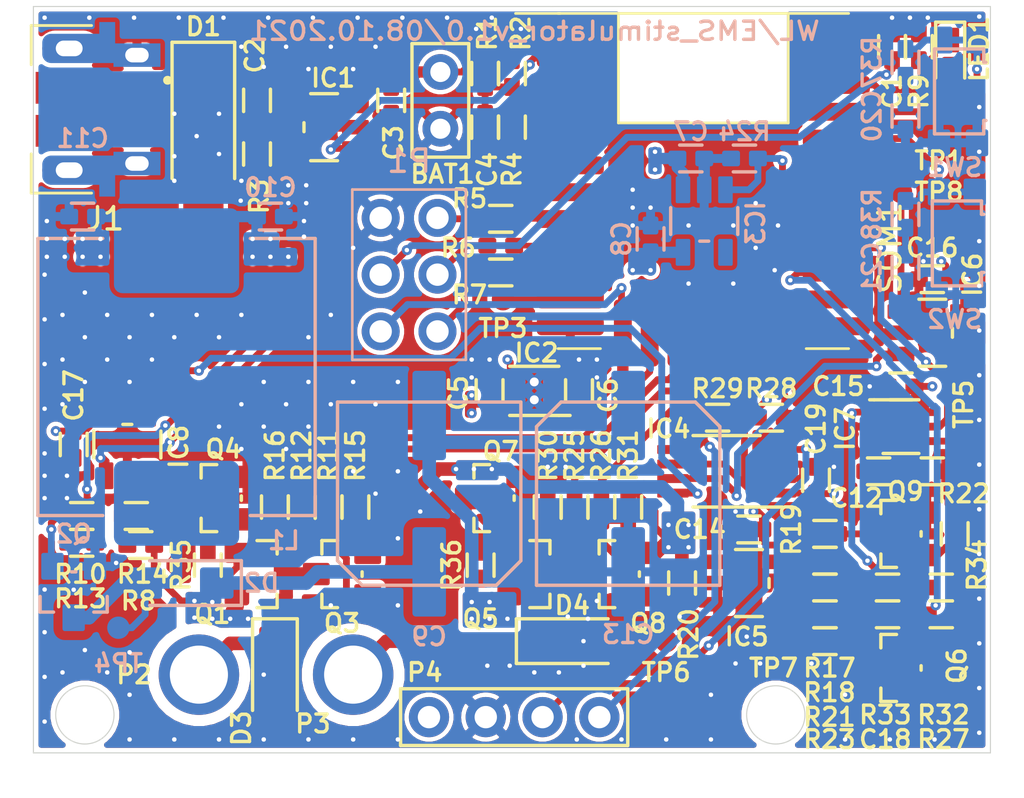
<source format=kicad_pcb>
(kicad_pcb (version 20171130) (host pcbnew "(5.1.8)-1")
  (layers (0 F.Cu signal) (1 In1.Cu power) (2 In2.Cu power) (31 B.Cu signal) (34 B.Paste user) (35 F.Paste user) (36 B.SilkS user) (37 F.SilkS user) (38 B.Mask user) (39 F.Mask user) (44 Edge.Cuts user))
  (net 0 "")
  (net 1 /SOM_RESETn)
  (net 2 "Net-(C2-Pad1)")
  (net 3 /SOM_BattMeas)
  (net 4 "Net-(C13-Pad1)")
  (net 5 "Net-(C9-Pad1)")
  (net 6 "Net-(C12-Pad2)")
  (net 7 "Net-(C12-Pad1)")
  (net 8 "Net-(C18-Pad1)")
  (net 9 "Net-(D2-Pad1)")
  (net 10 "Net-(D3-Pad2)")
  (net 11 "Net-(D4-Pad2)")
  (net 12 /SOM_BattStat)
  (net 13 "Net-(IC1-Pad5)")
  (net 14 "Net-(IC2-Pad2)")
  (net 15 "Net-(IC3-Pad4)")
  (net 16 /SOM_PwrEn)
  (net 17 /SOM_SCL)
  (net 18 /SOM_SDA)
  (net 19 "Net-(IC4-Pad7)")
  (net 20 "Net-(IC4-Pad8)")
  (net 21 "Net-(IC5-Pad4)")
  (net 22 "Net-(IC5-Pad1)")
  (net 23 /SOM_IntgCmp)
  (net 24 /SOM_Shdn)
  (net 25 /SOM_CnvCmp)
  (net 26 "Net-(IC8-Pad3)")
  (net 27 "Net-(J1-Pad4)")
  (net 28 "Net-(J1-Pad3)")
  (net 29 "Net-(J1-Pad2)")
  (net 30 "Net-(LED1-Pad1)")
  (net 31 "Net-(LED1-Pad2)")
  (net 32 "Net-(P1-Pad1)")
  (net 33 "Net-(P1-Pad5)")
  (net 34 "Net-(Q1-Pad1)")
  (net 35 "Net-(Q2-Pad1)")
  (net 36 "Net-(Q3-Pad1)")
  (net 37 "Net-(Q4-Pad1)")
  (net 38 "Net-(Q4-Pad3)")
  (net 39 "Net-(Q5-Pad1)")
  (net 40 "Net-(Q6-Pad3)")
  (net 41 "Net-(Q6-Pad1)")
  (net 42 "Net-(Q7-Pad1)")
  (net 43 "Net-(Q7-Pad3)")
  (net 44 "Net-(Q8-Pad1)")
  (net 45 "Net-(R5-Pad2)")
  (net 46 "Net-(R6-Pad2)")
  (net 47 "Net-(R7-Pad2)")
  (net 48 /SOM_CnvPwm)
  (net 49 /SOM_El1L)
  (net 50 /SOM_El1H)
  (net 51 "Net-(R17-Pad2)")
  (net 52 /SOM_El2H)
  (net 53 /SOM_EL2L)
  (net 54 /SOM_IntgRst)
  (net 55 "Net-(SOM1-Pad3)")
  (net 56 "Net-(SOM1-Pad5)")
  (net 57 "Net-(SOM1-Pad11)")
  (net 58 "Net-(SOM1-Pad21)")
  (net 59 "Net-(SOM1-Pad26)")
  (net 60 VBAT)
  (net 61 GND)
  (net 62 +3V0A)
  (net 63 +3V0B)
  (net 64 "Net-(P1-Pad3)")
  (net 65 "Net-(C20-Pad2)")
  (net 66 "Net-(C21-Pad2)")
  (net 67 "Net-(R37-Pad2)")
  (net 68 "Net-(R38-Pad2)")
  (module WL_connectors:wire_solder_tht_pad-x2 (layer F.Cu) (at 110.2 79 270)
    (fp_text reference BAT1 (at 3.3 -0.1) (layer F.SilkS) (effects (font (size 0.8 0.8) (thickness 0.1524))))
    (fp_text value "LiPo 1000mAh")
    (pad 1 thru_hole circle (at -1.27 0 270) (size 1.6 1.6) (drill 0.9) (layers *.Cu *.Mask) (net 60 VBAT))
    (pad 2 thru_hole circle (at 1.27 0 270) (size 1.6 1.6) (drill 0.9) (layers *.Cu *.Mask) (net 61 GND))
  )
  (module WL_passives:C0402 (layer F.Cu) (at 130.4 76.6 270)
    (fp_text reference C1 (at 2 0 90) (layer F.SilkS) (effects (font (size 0.8 0.8) (thickness 0.1524))))
    (fp_text value 100n)
    (pad 2 smd roundrect (at 0.6 0 270) (size 0.8 0.7) (layers F.Cu F.Paste F.Mask) (roundrect_rratio 0.15) (net 1 /SOM_RESETn))
    (pad 1 smd roundrect (at -0.6 0 270) (size 0.8 0.7) (layers F.Cu F.Paste F.Mask) (roundrect_rratio 0.15) (net 61 GND))
  )
  (module WL_passives:C0402 (layer F.Cu) (at 102 79 270)
    (fp_text reference C2 (at -2 0.1 90) (layer F.SilkS) (effects (font (size 0.8 0.8) (thickness 0.1524))))
    (fp_text value 4u7)
    (pad 2 smd roundrect (at 0.6 0 270) (size 0.8 0.7) (layers F.Cu F.Paste F.Mask) (roundrect_rratio 0.15) (net 61 GND))
    (pad 1 smd roundrect (at -0.6 0 270) (size 0.8 0.7) (layers F.Cu F.Paste F.Mask) (roundrect_rratio 0.15) (net 2 "Net-(C2-Pad1)"))
  )
  (module WL_passives:C0402 (layer F.Cu) (at 108 79 270)
    (fp_text reference C3 (at 1.9 -0.1 90) (layer F.SilkS) (effects (font (size 0.8 0.8) (thickness 0.1524))))
    (fp_text value 4u7)
    (pad 1 smd roundrect (at -0.6 0 270) (size 0.8 0.7) (layers F.Cu F.Paste F.Mask) (roundrect_rratio 0.15) (net 60 VBAT))
    (pad 2 smd roundrect (at 0.6 0 270) (size 0.8 0.7) (layers F.Cu F.Paste F.Mask) (roundrect_rratio 0.15) (net 61 GND))
  )
  (module WL_passives:C0402 (layer F.Cu) (at 112.2 80.2 270)
    (fp_text reference C4 (at 1.9 -0.1 90) (layer F.SilkS) (effects (font (size 0.8 0.8) (thickness 0.1524))))
    (fp_text value 100n)
    (pad 2 smd roundrect (at 0.6 0 270) (size 0.8 0.7) (layers F.Cu F.Paste F.Mask) (roundrect_rratio 0.15) (net 61 GND))
    (pad 1 smd roundrect (at -0.6 0 270) (size 0.8 0.7) (layers F.Cu F.Paste F.Mask) (roundrect_rratio 0.15) (net 3 /SOM_BattMeas))
  )
  (module WL_passives:C0402 (layer F.Cu) (at 112.4 92 90)
    (fp_text reference C5 (at -0.1 -1.4 90) (layer F.SilkS) (effects (font (size 0.8 0.8) (thickness 0.1524))))
    (fp_text value 1u)
    (pad 1 smd roundrect (at -0.6 0 90) (size 0.8 0.7) (layers F.Cu F.Paste F.Mask) (roundrect_rratio 0.15) (net 60 VBAT))
    (pad 2 smd roundrect (at 0.6 0 90) (size 0.8 0.7) (layers F.Cu F.Paste F.Mask) (roundrect_rratio 0.15) (net 61 GND))
  )
  (module WL_passives:C0402 (layer F.Cu) (at 116.4 92 90)
    (fp_text reference C6 (at -0.2 1.3 90) (layer F.SilkS) (effects (font (size 0.8 0.8) (thickness 0.1524))))
    (fp_text value 1u)
    (pad 2 smd roundrect (at 0.6 0 90) (size 0.8 0.7) (layers F.Cu F.Paste F.Mask) (roundrect_rratio 0.15) (net 61 GND))
    (pad 1 smd roundrect (at -0.6 0 90) (size 0.8 0.7) (layers F.Cu F.Paste F.Mask) (roundrect_rratio 0.15) (net 62 +3V0A))
  )
  (module WL_passives:C0402 (layer B.Cu) (at 121.4 81.6)
    (fp_text reference C7 (at 0 -1.2) (layer B.SilkS) (effects (font (size 0.8 0.8) (thickness 0.1524)) (justify mirror)))
    (fp_text value 1u)
    (pad 1 smd roundrect (at -0.6 0) (size 0.8 0.7) (layers B.Cu B.Paste B.Mask) (roundrect_rratio 0.15) (net 60 VBAT))
    (pad 2 smd roundrect (at 0.6 0) (size 0.8 0.7) (layers B.Cu B.Paste B.Mask) (roundrect_rratio 0.15) (net 61 GND))
  )
  (module WL_passives:C0402 (layer B.Cu) (at 119.6 85.2 90)
    (fp_text reference C8 (at 0 -1.3 270) (layer B.SilkS) (effects (font (size 0.8 0.8) (thickness 0.1524)) (justify mirror)))
    (fp_text value 1u)
    (pad 2 smd roundrect (at 0.6 0 90) (size 0.8 0.7) (layers B.Cu B.Paste B.Mask) (roundrect_rratio 0.15) (net 61 GND))
    (pad 1 smd roundrect (at -0.6 0 90) (size 0.8 0.7) (layers B.Cu B.Paste B.Mask) (roundrect_rratio 0.15) (net 63 +3V0B))
  )
  (module WL_passives:CAlu8.3mmx8.3mmx10mmSMD (layer B.Cu) (at 109.7 96.6)
    (fp_text reference C9 (at 0 6.4) (layer B.SilkS) (effects (font (size 0.8 0.8) (thickness 0.1524)) (justify mirror)))
    (fp_text value 1u8)
    (pad 2 smd roundrect (at 0 -3.5) (size 1.5 4) (layers B.Cu B.Paste B.Mask) (roundrect_rratio 0.1) (net 4 "Net-(C13-Pad1)"))
    (pad 1 smd roundrect (at 0 3.5) (size 1.5 4) (layers B.Cu B.Paste B.Mask) (roundrect_rratio 0.1) (net 5 "Net-(C9-Pad1)"))
  )
  (module WL_passives:C0402 (layer B.Cu) (at 102.6 84.2)
    (fp_text reference C10 (at 0 -1.3) (layer B.SilkS) (effects (font (size 0.8 0.8) (thickness 0.1524)) (justify mirror)))
    (fp_text value 4u7)
    (pad 1 smd roundrect (at -0.6 0) (size 0.8 0.7) (layers B.Cu B.Paste B.Mask) (roundrect_rratio 0.15) (net 60 VBAT))
    (pad 2 smd roundrect (at 0.6 0) (size 0.8 0.7) (layers B.Cu B.Paste B.Mask) (roundrect_rratio 0.15) (net 61 GND))
  )
  (module WL_passives:C0402 (layer B.Cu) (at 94.2 84.2 180)
    (fp_text reference C11 (at 0 3.5) (layer B.SilkS) (effects (font (size 0.8 0.8) (thickness 0.1524)) (justify mirror)))
    (fp_text value 4u7)
    (pad 2 smd roundrect (at 0.6 0 180) (size 0.8 0.7) (layers B.Cu B.Paste B.Mask) (roundrect_rratio 0.15) (net 61 GND))
    (pad 1 smd roundrect (at -0.6 0 180) (size 0.8 0.7) (layers B.Cu B.Paste B.Mask) (roundrect_rratio 0.15) (net 60 VBAT))
  )
  (module WL_passives:C0402 (layer F.Cu) (at 129.8 95.6 180)
    (fp_text reference C12 (at 1 -1.2) (layer F.SilkS) (effects (font (size 0.8 0.8) (thickness 0.1524))))
    (fp_text value 10n)
    (pad 2 smd roundrect (at 0.6 0 180) (size 0.8 0.7) (layers F.Cu F.Paste F.Mask) (roundrect_rratio 0.15) (net 6 "Net-(C12-Pad2)"))
    (pad 1 smd roundrect (at -0.6 0 180) (size 0.8 0.7) (layers F.Cu F.Paste F.Mask) (roundrect_rratio 0.15) (net 7 "Net-(C12-Pad1)"))
  )
  (module WL_passives:CAlu8.3mmx8.3mmx10mmSMD (layer B.Cu) (at 118.6 96.6 180)
    (fp_text reference C13 (at 0 -6.3) (layer B.SilkS) (effects (font (size 0.8 0.8) (thickness 0.1524)) (justify mirror)))
    (fp_text value 6u8)
    (pad 1 smd roundrect (at 0 3.5 180) (size 1.5 4) (layers B.Cu B.Paste B.Mask) (roundrect_rratio 0.1) (net 4 "Net-(C13-Pad1)"))
    (pad 2 smd roundrect (at 0 -3.5 180) (size 1.5 4) (layers B.Cu B.Paste B.Mask) (roundrect_rratio 0.1) (net 61 GND))
  )
  (module WL_passives:C0402 (layer F.Cu) (at 124 98.2 180)
    (fp_text reference C14 (at 2.2 0) (layer F.SilkS) (effects (font (size 0.8 0.8) (thickness 0.1524))))
    (fp_text value 100n)
    (pad 1 smd roundrect (at -0.6 0 180) (size 0.8 0.7) (layers F.Cu F.Paste F.Mask) (roundrect_rratio 0.15) (net 63 +3V0B))
    (pad 2 smd roundrect (at 0.6 0 180) (size 0.8 0.7) (layers F.Cu F.Paste F.Mask) (roundrect_rratio 0.15) (net 61 GND))
  )
  (module WL_passives:C0402 (layer F.Cu) (at 130.8 91.8 180)
    (fp_text reference C15 (at 2.8 0) (layer F.SilkS) (effects (font (size 0.8 0.8) (thickness 0.1524))))
    (fp_text value 100n)
    (pad 2 smd roundrect (at 0.6 0 180) (size 0.8 0.7) (layers F.Cu F.Paste F.Mask) (roundrect_rratio 0.15) (net 61 GND))
    (pad 1 smd roundrect (at -0.6 0 180) (size 0.8 0.7) (layers F.Cu F.Paste F.Mask) (roundrect_rratio 0.15) (net 63 +3V0B))
  )
  (module WL_passives:C0402 (layer F.Cu) (at 132.2 87 180)
    (fp_text reference C16 (at 0 1.4) (layer F.SilkS) (effects (font (size 0.8 0.8) (thickness 0.1524))))
    (fp_text value 100n)
    (pad 1 smd roundrect (at -0.6 0 180) (size 0.8 0.7) (layers F.Cu F.Paste F.Mask) (roundrect_rratio 0.15) (net 63 +3V0B))
    (pad 2 smd roundrect (at 0.6 0 180) (size 0.8 0.7) (layers F.Cu F.Paste F.Mask) (roundrect_rratio 0.15) (net 61 GND))
  )
  (module WL_passives:C0402 (layer F.Cu) (at 93.8 94.4 270)
    (fp_text reference C17 (at -2.2 0 90) (layer F.SilkS) (effects (font (size 0.8 0.8) (thickness 0.1524))))
    (fp_text value 100n)
    (pad 1 smd roundrect (at -0.6 0 270) (size 0.8 0.7) (layers F.Cu F.Paste F.Mask) (roundrect_rratio 0.15) (net 63 +3V0B))
    (pad 2 smd roundrect (at 0.6 0 270) (size 0.8 0.7) (layers F.Cu F.Paste F.Mask) (roundrect_rratio 0.15) (net 61 GND))
  )
  (module WL_passives:C0402 (layer F.Cu) (at 130.2 102)
    (fp_text reference C18 (at -0.1 5.6) (layer F.SilkS) (effects (font (size 0.8 0.8) (thickness 0.1524))))
    (fp_text value 1u)
    (pad 1 smd roundrect (at -0.6 0) (size 0.8 0.7) (layers F.Cu F.Paste F.Mask) (roundrect_rratio 0.15) (net 8 "Net-(C18-Pad1)"))
    (pad 2 smd roundrect (at 0.6 0) (size 0.8 0.7) (layers F.Cu F.Paste F.Mask) (roundrect_rratio 0.15) (net 61 GND))
  )
  (module WL_passives:C0402 (layer F.Cu) (at 127 96 90)
    (fp_text reference C19 (at 2.3 0 90) (layer F.SilkS) (effects (font (size 0.8 0.8) (thickness 0.1524))))
    (fp_text value 100n)
    (pad 1 smd roundrect (at -0.6 0 90) (size 0.8 0.7) (layers F.Cu F.Paste F.Mask) (roundrect_rratio 0.15) (net 63 +3V0B))
    (pad 2 smd roundrect (at 0.6 0 90) (size 0.8 0.7) (layers F.Cu F.Paste F.Mask) (roundrect_rratio 0.15) (net 61 GND))
  )
  (module WL_diodes:SMA (layer F.Cu) (at 99.6 80.2 90)
    (fp_text reference D1 (at 4.5 0 180) (layer F.SilkS) (effects (font (size 0.8 0.8) (thickness 0.1524))))
    (fp_text value TVS)
    (pad 1 smd roundrect (at -2.75 0 90) (size 2.3 1.8) (layers F.Cu F.Paste F.Mask) (roundrect_rratio 0.15) (net 61 GND))
    (pad 2 smd roundrect (at 2.25 0 90) (size 2.3 1.8) (layers F.Cu F.Paste F.Mask) (roundrect_rratio 0.15) (net 2 "Net-(C2-Pad1)"))
  )
  (module WL_diodes:SOD-123FL (layer B.Cu) (at 98.6 100.6 180)
    (fp_text reference D2 (at -3.6 0) (layer B.SilkS) (effects (font (size 0.8 0.8) (thickness 0.1524)) (justify mirror)))
    (fp_text value "1A, 600mV")
    (pad 1 smd roundrect (at 1.6 0 180) (size 1.5 1.4) (layers B.Cu B.Paste B.Mask) (roundrect_rratio 0.1) (net 9 "Net-(D2-Pad1)"))
    (pad 2 smd roundrect (at -1.6 0 180) (size 1.5 1.4) (layers B.Cu B.Paste B.Mask) (roundrect_rratio 0.1) (net 5 "Net-(C9-Pad1)"))
  )
  (module WL_diodes:SOD-123FL (layer F.Cu) (at 102.8 104.9 270)
    (fp_text reference D3 (at 2.2 1.5 90) (layer F.SilkS) (effects (font (size 0.8 0.8) (thickness 0.1524))))
    (fp_text value TVS)
    (pad 2 smd roundrect (at -1.6 0 270) (size 1.5 1.4) (layers F.Cu F.Paste F.Mask) (roundrect_rratio 0.1) (net 10 "Net-(D3-Pad2)"))
    (pad 1 smd roundrect (at 1.6 0 270) (size 1.5 1.4) (layers F.Cu F.Paste F.Mask) (roundrect_rratio 0.1) (net 61 GND))
  )
  (module WL_diodes:SOD-123FL (layer F.Cu) (at 116.3 103.2)
    (fp_text reference D4 (at -0.2 -1.6) (layer F.SilkS) (effects (font (size 0.8 0.8) (thickness 0.1524))))
    (fp_text value TVS)
    (pad 1 smd roundrect (at 1.6 0) (size 1.5 1.4) (layers F.Cu F.Paste F.Mask) (roundrect_rratio 0.1) (net 61 GND))
    (pad 2 smd roundrect (at -1.6 0) (size 1.5 1.4) (layers F.Cu F.Paste F.Mask) (roundrect_rratio 0.1) (net 11 "Net-(D4-Pad2)"))
  )
  (module WL_transistors_smd:SOT-23-5 (layer F.Cu) (at 105 80.2 90)
    (fp_text reference IC1 (at 2.2 0.4 180) (layer F.SilkS) (effects (font (size 0.8 0.8) (thickness 0.1524))))
    (fp_text value MCP73832)
    (pad 1 smd roundrect (at -0.95 1.4 90) (size 0.65 1.2) (layers F.Cu F.Paste F.Mask) (roundrect_rratio 0.1) (net 12 /SOM_BattStat))
    (pad 2 smd roundrect (at 0 1.4 90) (size 0.65 1.2) (layers F.Cu F.Paste F.Mask) (roundrect_rratio 0.1) (net 61 GND))
    (pad 3 smd roundrect (at 0.95 1.4 90) (size 0.65 1.2) (layers F.Cu F.Paste F.Mask) (roundrect_rratio 0.1) (net 60 VBAT))
    (pad 5 smd roundrect (at -0.95 -1.4 90) (size 0.65 1.2) (layers F.Cu F.Paste F.Mask) (roundrect_rratio 0.1) (net 13 "Net-(IC1-Pad5)"))
    (pad 4 smd roundrect (at 0.95 -1.4 90) (size 0.65 1.2) (layers F.Cu F.Paste F.Mask) (roundrect_rratio 0.1) (net 2 "Net-(C2-Pad1)"))
  )
  (module WL_WSON:WSON-6-thermal (layer F.Cu) (at 114.4 92 180)
    (fp_text reference IC2 (at -0.1 1.7) (layer F.SilkS) (effects (font (size 0.8 0.8) (thickness 0.1524))))
    (fp_text value TPS78230)
    (pad 1 smd roundrect (at -1.075 -0.65 180) (size 0.65 0.3) (layers F.Cu F.Paste F.Mask) (roundrect_rratio 0.1) (net 62 +3V0A))
    (pad 2 smd roundrect (at -1.075 0 180) (size 0.65 0.3) (layers F.Cu F.Paste F.Mask) (roundrect_rratio 0.1) (net 14 "Net-(IC2-Pad2)"))
    (pad 3 smd roundrect (at -1.075 0.65 180) (size 0.65 0.3) (layers F.Cu F.Paste F.Mask) (roundrect_rratio 0.1) (net 61 GND))
    (pad 4 smd roundrect (at 1.075 0.65 180) (size 0.65 0.3) (layers F.Cu F.Paste F.Mask) (roundrect_rratio 0.1) (net 60 VBAT))
    (pad 5 smd roundrect (at 1.075 0 180) (size 0.65 0.3) (layers F.Cu F.Paste F.Mask) (roundrect_rratio 0.1) (net 61 GND))
    (pad 6 smd roundrect (at 1.075 -0.65 180) (size 0.65 0.3) (layers F.Cu F.Paste F.Mask) (roundrect_rratio 0.1) (net 60 VBAT))
    (pad "" smd roundrect (at 0 0 180) (size 0.8 1.6) (layers F.Cu F.Paste F.Mask) (roundrect_rratio 0.1) (net 61 GND))
    (pad "" thru_hole circle (at 0 -0.4 180) (size 0.4 0.4) (drill 0.4) (layers *.Cu *.Mask) (net 61 GND))
    (pad "" thru_hole circle (at 0 0.4 180) (size 0.4 0.4) (drill 0.4) (layers *.Cu *.Mask) (net 61 GND))
  )
  (module WL_transistors_smd:SOT-23-5 (layer B.Cu) (at 122 84.4)
    (fp_text reference IC3 (at 2.3 0.1 90) (layer B.SilkS) (effects (font (size 0.8 0.8) (thickness 0.1524)) (justify mirror)))
    (fp_text value MIC5501)
    (pad 4 smd roundrect (at 0.95 1.4) (size 0.65 1.2) (layers B.Cu B.Paste B.Mask) (roundrect_rratio 0.1) (net 15 "Net-(IC3-Pad4)"))
    (pad 5 smd roundrect (at -0.95 1.4) (size 0.65 1.2) (layers B.Cu B.Paste B.Mask) (roundrect_rratio 0.1) (net 63 +3V0B))
    (pad 3 smd roundrect (at 0.95 -1.4) (size 0.65 1.2) (layers B.Cu B.Paste B.Mask) (roundrect_rratio 0.1) (net 16 /SOM_PwrEn))
    (pad 2 smd roundrect (at 0 -1.4) (size 0.65 1.2) (layers B.Cu B.Paste B.Mask) (roundrect_rratio 0.1) (net 61 GND))
    (pad 1 smd roundrect (at -0.95 -1.4) (size 0.65 1.2) (layers B.Cu B.Paste B.Mask) (roundrect_rratio 0.1) (net 60 VBAT))
  )
  (module WL_uMAX:uMAX-8 (layer F.Cu) (at 123 95.6 90)
    (fp_text reference IC4 (at 1.9 -2.6 180) (layer F.SilkS) (effects (font (size 0.8 0.8) (thickness 0.1524))))
    (fp_text value MAX5820)
    (pad 1 smd roundrect (at -0.975 2.4 90) (size 0.4 1.4) (layers F.Cu F.Paste F.Mask) (roundrect_rratio 0.1) (net 63 +3V0B))
    (pad 2 smd roundrect (at -0.325 2.4 90) (size 0.4 1.4) (layers F.Cu F.Paste F.Mask) (roundrect_rratio 0.1) (net 61 GND))
    (pad 3 smd roundrect (at 0.325 2.4 90) (size 0.4 1.4) (layers F.Cu F.Paste F.Mask) (roundrect_rratio 0.1) (net 61 GND))
    (pad 4 smd roundrect (at 0.975 2.4 90) (size 0.4 1.4) (layers F.Cu F.Paste F.Mask) (roundrect_rratio 0.1) (net 17 /SOM_SCL))
    (pad 5 smd roundrect (at 0.975 -2.4 90) (size 0.4 1.4) (layers F.Cu F.Paste F.Mask) (roundrect_rratio 0.1) (net 18 /SOM_SDA))
    (pad 6 smd roundrect (at 0.325 -2.4 90) (size 0.4 1.4) (layers F.Cu F.Paste F.Mask) (roundrect_rratio 0.1) (net 63 +3V0B))
    (pad 7 smd roundrect (at -0.325 -2.4 90) (size 0.4 1.4) (layers F.Cu F.Paste F.Mask) (roundrect_rratio 0.1) (net 19 "Net-(IC4-Pad7)"))
    (pad 8 smd roundrect (at -0.975 -2.4 90) (size 0.4 1.4) (layers F.Cu F.Paste F.Mask) (roundrect_rratio 0.1) (net 20 "Net-(IC4-Pad8)"))
  )
  (module WL_transistors_smd:SOT-23-5 (layer F.Cu) (at 124 100.6 270)
    (fp_text reference IC5 (at 2.4 0.1 180) (layer F.SilkS) (effects (font (size 0.8 0.8) (thickness 0.1524))))
    (fp_text value INA180)
    (pad 4 smd roundrect (at 0.95 -1.4 270) (size 0.65 1.2) (layers F.Cu F.Paste F.Mask) (roundrect_rratio 0.1) (net 21 "Net-(IC5-Pad4)"))
    (pad 5 smd roundrect (at -0.95 -1.4 270) (size 0.65 1.2) (layers F.Cu F.Paste F.Mask) (roundrect_rratio 0.1) (net 63 +3V0B))
    (pad 3 smd roundrect (at 0.95 1.4 270) (size 0.65 1.2) (layers F.Cu F.Paste F.Mask) (roundrect_rratio 0.1) (net 61 GND))
    (pad 2 smd roundrect (at 0 1.4 270) (size 0.65 1.2) (layers F.Cu F.Paste F.Mask) (roundrect_rratio 0.1) (net 61 GND))
    (pad 1 smd roundrect (at -0.95 1.4 270) (size 0.65 1.2) (layers F.Cu F.Paste F.Mask) (roundrect_rratio 0.1) (net 22 "Net-(IC5-Pad1)"))
  )
  (module WL_transistors_smd:SOT-23-5 (layer F.Cu) (at 132.2 89.4 270)
    (fp_text reference IC6 (at -2.6 -1.8 90) (layer F.SilkS) (effects (font (size 0.8 0.8) (thickness 0.1524))))
    (fp_text value TLV3201)
    (pad 1 smd roundrect (at -0.95 1.4 270) (size 0.65 1.2) (layers F.Cu F.Paste F.Mask) (roundrect_rratio 0.1) (net 23 /SOM_IntgCmp))
    (pad 2 smd roundrect (at 0 1.4 270) (size 0.65 1.2) (layers F.Cu F.Paste F.Mask) (roundrect_rratio 0.1) (net 61 GND))
    (pad 3 smd roundrect (at 0.95 1.4 270) (size 0.65 1.2) (layers F.Cu F.Paste F.Mask) (roundrect_rratio 0.1) (net 19 "Net-(IC4-Pad7)"))
    (pad 5 smd roundrect (at -0.95 -1.4 270) (size 0.65 1.2) (layers F.Cu F.Paste F.Mask) (roundrect_rratio 0.1) (net 63 +3V0B))
    (pad 4 smd roundrect (at 0.95 -1.4 270) (size 0.65 1.2) (layers F.Cu F.Paste F.Mask) (roundrect_rratio 0.1) (net 7 "Net-(C12-Pad1)"))
  )
  (module WL_transistors_smd:SOT-363-6 (layer F.Cu) (at 130.8 93.6 270)
    (fp_text reference IC7 (at 0.1 2.5 90) (layer F.SilkS) (effects (font (size 0.8 0.8) (thickness 0.1524))))
    (fp_text value MAX9619)
    (pad 1 smd roundrect (at -0.65 1.1 270) (size 0.35 1.25) (layers F.Cu F.Paste F.Mask) (roundrect_rratio 0.1) (net 8 "Net-(C18-Pad1)"))
    (pad 2 smd roundrect (at 0 1.1 270) (size 0.35 1.25) (layers F.Cu F.Paste F.Mask) (roundrect_rratio 0.1) (net 61 GND))
    (pad 3 smd roundrect (at 0.65 1.1 270) (size 0.35 1.25) (layers F.Cu F.Paste F.Mask) (roundrect_rratio 0.1) (net 6 "Net-(C12-Pad2)"))
    (pad 6 smd roundrect (at -0.65 -1.1 270) (size 0.35 1.25) (layers F.Cu F.Paste F.Mask) (roundrect_rratio 0.1) (net 63 +3V0B))
    (pad 4 smd roundrect (at 0.65 -1.1 270) (size 0.35 1.25) (layers F.Cu F.Paste F.Mask) (roundrect_rratio 0.1) (net 7 "Net-(C12-Pad1)"))
    (pad 5 smd roundrect (at 0 -1.1 270) (size 0.35 1.25) (layers F.Cu F.Paste F.Mask) (roundrect_rratio 0.1) (net 24 /SOM_Shdn))
  )
  (module WL_transistors_smd:SOT-23-5 (layer F.Cu) (at 96.2 94.4)
    (fp_text reference IC8 (at 2.3 0.1 90) (layer F.SilkS) (effects (font (size 0.8 0.8) (thickness 0.1524))))
    (fp_text value TS880ILT)
    (pad 1 smd roundrect (at -0.95 1.4) (size 0.65 1.2) (layers F.Cu F.Paste F.Mask) (roundrect_rratio 0.1) (net 25 /SOM_CnvCmp))
    (pad 2 smd roundrect (at 0 1.4) (size 0.65 1.2) (layers F.Cu F.Paste F.Mask) (roundrect_rratio 0.1) (net 61 GND))
    (pad 3 smd roundrect (at 0.95 1.4) (size 0.65 1.2) (layers F.Cu F.Paste F.Mask) (roundrect_rratio 0.1) (net 26 "Net-(IC8-Pad3)"))
    (pad 5 smd roundrect (at -0.95 -1.4) (size 0.65 1.2) (layers F.Cu F.Paste F.Mask) (roundrect_rratio 0.1) (net 63 +3V0B))
    (pad 4 smd roundrect (at 0.95 -1.4) (size 0.65 1.2) (layers F.Cu F.Paste F.Mask) (roundrect_rratio 0.1) (net 20 "Net-(IC4-Pad8)"))
  )
  (module WL_connectors:AMPHENOL_10103594-0001LF (layer F.Cu) (at 93.6 79.4 270)
    (fp_text reference J1 (at 4.9 -1.6 180) (layer F.SilkS))
    (fp_text value USB_B_micro)
    (pad 11 smd custom (at 2.425 -3.03 270) (size 1.05 2.1) (layers B.Cu B.Mask) (options (clearance outline) (anchor rect)) (primitives (gr_poly (pts (xy 1.475 0.98) (xy 1.475 1.68) (xy 0.95 1.68) (xy 0.95 3.83) (xy 0.949 3.851) (xy 0.948 3.872) (xy 0.945 3.893) (xy 0.941 3.913) (xy 0.936 3.934) (xy 0.93 3.954) (xy 0.923 3.973) (xy 0.915 3.993) (xy 0.906 4.012) (xy 0.896 4.03) (xy 0.885 4.048) (xy 0.874 4.065) (xy 0.861 4.082) (xy 0.847 4.098) (xy 0.833 4.113) (xy 0.818 4.127) (xy 0.802 4.141) (xy 0.785 4.154) (xy 0.768 4.165) (xy 0.75 4.176) (xy 0.732 4.186) (xy 0.713 4.195) (xy 0.693 4.203) (xy 0.674 4.21) (xy 0.654 4.216) (xy 0.633 4.221) (xy 0.613 4.225) (xy 0.592 4.228) (xy 0.571 4.229) (xy 0.55 4.23) (xy 0.05 4.23) (xy 0.029 4.229) (xy 0.008 4.228) (xy -0.013 4.225) (xy -0.033 4.221) (xy -0.054 4.216) (xy -0.074 4.21) (xy -0.093 4.203) (xy -0.113 4.195) (xy -0.132 4.186) (xy -0.15 4.176) (xy -0.168 4.165) (xy -0.185 4.154) (xy -0.202 4.141) (xy -0.218 4.127) (xy -0.233 4.113) (xy -0.247 4.098) (xy -0.261 4.082) (xy -0.274 4.065) (xy -0.285 4.048) (xy -0.296 4.03) (xy -0.306 4.012) (xy -0.315 3.993) (xy -0.323 3.973) (xy -0.33 3.954) (xy -0.336 3.934) (xy -0.341 3.913) (xy -0.345 3.893) (xy -0.348 3.872) (xy -0.349 3.851) (xy -0.35 3.83) (xy -0.35 0.98) (xy 1.475 0.98)) (width 0.01))))
    (pad 10 smd custom (at -2.425 -3.03 270) (size 1.05 2.1) (layers B.Cu B.Mask) (options (clearance outline) (anchor rect)) (primitives (gr_poly (pts (xy -1.475 0.98) (xy -1.475 1.68) (xy -0.95 1.68) (xy -0.95 3.83) (xy -0.949 3.851) (xy -0.948 3.872) (xy -0.945 3.893) (xy -0.941 3.913) (xy -0.936 3.934) (xy -0.93 3.954) (xy -0.923 3.973) (xy -0.915 3.993) (xy -0.906 4.012) (xy -0.896 4.03) (xy -0.885 4.048) (xy -0.874 4.065) (xy -0.861 4.082) (xy -0.847 4.098) (xy -0.833 4.113) (xy -0.818 4.127) (xy -0.802 4.141) (xy -0.785 4.154) (xy -0.768 4.165) (xy -0.75 4.176) (xy -0.732 4.186) (xy -0.713 4.195) (xy -0.693 4.203) (xy -0.674 4.21) (xy -0.654 4.216) (xy -0.633 4.221) (xy -0.613 4.225) (xy -0.592 4.228) (xy -0.571 4.229) (xy -0.55 4.23) (xy -0.05 4.23) (xy -0.029 4.229) (xy -0.008 4.228) (xy 0.013 4.225) (xy 0.033 4.221) (xy 0.054 4.216) (xy 0.074 4.21) (xy 0.093 4.203) (xy 0.113 4.195) (xy 0.132 4.186) (xy 0.15 4.176) (xy 0.168 4.165) (xy 0.185 4.154) (xy 0.202 4.141) (xy 0.218 4.127) (xy 0.233 4.113) (xy 0.247 4.098) (xy 0.261 4.082) (xy 0.274 4.065) (xy 0.285 4.048) (xy 0.296 4.03) (xy 0.306 4.012) (xy 0.315 3.993) (xy 0.323 3.973) (xy 0.33 3.954) (xy 0.336 3.934) (xy 0.341 3.913) (xy 0.345 3.893) (xy 0.348 3.872) (xy 0.349 3.851) (xy 0.35 3.83) (xy 0.35 0.98) (xy -1.475 0.98)) (width 0.01))))
    (pad 9 thru_hole oval (at 2.725 0 270) (size 1.2 2.4) (drill oval 0.7 1.2) (layers *.Cu *.Mask))
    (pad 8 thru_hole oval (at -2.725 0 270) (size 1.2 2.4) (drill oval 0.7 1.2) (layers *.Cu *.Mask))
    (pad 7 thru_hole oval (at 2.425 -3.03 270) (size 0.73 1.46) (drill oval 0.65 1.05) (layers *.Cu))
    (pad 6 thru_hole oval (at -2.425 -3.03 270) (size 0.73 1.46) (drill oval 0.65 1.05) (layers *.Cu) (net 61 GND))
    (pad S2 smd rect (at 0.9625 0.25 270) (size 1.425 2.5) (layers F.Cu F.Paste F.Mask))
    (pad S1 smd rect (at -0.9625 0.25 270) (size 1.425 2.5) (layers F.Cu F.Paste F.Mask))
    (pad 5 smd rect (at 1.3 -2.825 270) (size 0.4 1.75) (layers F.Cu F.Paste F.Mask) (net 61 GND))
    (pad 4 smd rect (at 0.65 -2.825 270) (size 0.4 1.75) (layers F.Cu F.Paste F.Mask) (net 27 "Net-(J1-Pad4)"))
    (pad 3 smd rect (at 0 -2.825 270) (size 0.4 1.75) (layers F.Cu F.Paste F.Mask) (net 28 "Net-(J1-Pad3)"))
    (pad 2 smd rect (at -0.65 -2.825 270) (size 0.4 1.75) (layers F.Cu F.Paste F.Mask) (net 29 "Net-(J1-Pad2)"))
    (pad 1 smd rect (at -1.3 -2.825 270) (size 0.4 1.75) (layers F.Cu F.Paste F.Mask) (net 2 "Net-(C2-Pad1)"))
  )
  (module WL_passives:L12.5mmx12.5mmx8mm (layer B.Cu) (at 98.4 91.38 90)
    (fp_text reference L1 (at -7.32 4.8) (layer B.SilkS) (effects (font (size 0.8 0.8) (thickness 0.1524)) (justify mirror)))
    (fp_text value 220u)
    (pad 1 smd roundrect (at 5.65 0 90) (size 3.8 5.6) (layers B.Cu B.Paste B.Mask) (roundrect_rratio 0.1) (net 60 VBAT))
    (pad 2 smd roundrect (at -5.65 0 90) (size 3.8 5.6) (layers B.Cu B.Paste B.Mask) (roundrect_rratio 0.1) (net 9 "Net-(D2-Pad1)"))
  )
  (module WL_diodes:D0402 (layer F.Cu) (at 133 77.2 90)
    (fp_text reference LED1 (at 0.5 1.3 90) (layer F.SilkS) (effects (font (size 0.8 0.8) (thickness 0.1524))))
    (fp_text value 530nm)
    (pad 1 smd roundrect (at -0.9 0 90) (size 1.1 0.8) (layers F.Cu F.Paste F.Mask) (roundrect_rratio 0.1) (net 30 "Net-(LED1-Pad1)"))
    (pad 2 smd roundrect (at 0.9 0 90) (size 1.1 0.8) (layers F.Cu F.Paste F.Mask) (roundrect_rratio 0.1) (net 31 "Net-(LED1-Pad2)"))
  )
  (module WL_connectors:PinHeader_2x3 (layer B.Cu) (at 108.8 86.8 180)
    (fp_text reference P1 (at 0 5.08) (layer B.SilkS) (effects (justify mirror)))
    (fp_text value "TAG connector 2x3")
    (pad 1 thru_hole circle (at -1.27 2.54 180) (size 1.7 1.7) (drill 1) (layers *.Cu *.Mask) (net 32 "Net-(P1-Pad1)"))
    (pad 2 thru_hole circle (at 1.27 2.54 180) (size 1.7 1.7) (drill 1) (layers *.Cu *.Mask) (net 61 GND))
    (pad 3 thru_hole circle (at -1.27 0 180) (size 1.7 1.7) (drill 1) (layers *.Cu *.Mask) (net 64 "Net-(P1-Pad3)"))
    (pad 4 thru_hole circle (at 1.27 0 180) (size 1.7 1.7) (drill 1) (layers *.Cu *.Mask) (net 1 /SOM_RESETn))
    (pad 5 thru_hole circle (at -1.27 -2.54 180) (size 1.7 1.7) (drill 1) (layers *.Cu *.Mask) (net 33 "Net-(P1-Pad5)"))
    (pad 6 thru_hole circle (at 1.27 -2.54 180) (size 1.7 1.7) (drill 1) (layers *.Cu *.Mask) (net 62 +3V0A))
  )
  (module WL_connectors:GC2010-M (layer F.Cu) (at 99.4 104.7 90)
    (fp_text reference P2 (at 0 -2.9 180) (layer F.SilkS) (effects (font (size 0.8 0.8) (thickness 0.1524))))
    (fp_text value banana_plug)
    (pad 1 thru_hole circle (at 0 0 90) (size 3.6 3.6) (drill 2.6) (layers *.Cu *.Mask) (net 10 "Net-(D3-Pad2)"))
  )
  (module WL_connectors:GC2010-M (layer F.Cu) (at 106.3 104.7 90)
    (fp_text reference P3 (at -2.2 -1.8 180) (layer F.SilkS) (effects (font (size 0.8 0.8) (thickness 0.1524))))
    (fp_text value banana_plug)
    (pad 1 thru_hole circle (at 0 0 90) (size 3.6 3.6) (drill 2.6) (layers *.Cu *.Mask) (net 11 "Net-(D4-Pad2)") (clearance 0.5))
  )
  (module WL_transistors_smd:SOT-23-3 (layer F.Cu) (at 102.2 100.2 270)
    (fp_text reference Q1 (at 1.8 2.2) (layer F.SilkS) (effects (font (size 0.8 0.8) (thickness 0.1524))))
    (fp_text value PNP_BEC)
    (pad 3 smd roundrect (at 0 -1.1 270) (size 0.9 1.1) (layers F.Cu F.Paste F.Mask) (roundrect_rratio 0.15) (net 10 "Net-(D3-Pad2)"))
    (pad 2 smd roundrect (at 0.95 1.1 270) (size 0.9 1.1) (layers F.Cu F.Paste F.Mask) (roundrect_rratio 0.15) (net 5 "Net-(C9-Pad1)"))
    (pad 1 smd roundrect (at -0.95 1.1 270) (size 0.9 1.1) (layers F.Cu F.Paste F.Mask) (roundrect_rratio 0.15) (net 34 "Net-(Q1-Pad1)"))
  )
  (module WL_transistors_smd:SOT-346 (layer B.Cu) (at 93.8 101)
    (fp_text reference Q2 (at 0 -2.6) (layer B.SilkS) (effects (font (size 0.8 0.8) (thickness 0.1524)) (justify mirror)))
    (fp_text value NMOS)
    (pad 3 smd roundrect (at 0 1.15) (size 1 1.2) (layers B.Cu B.Paste B.Mask) (roundrect_rratio 0.1) (net 9 "Net-(D2-Pad1)"))
    (pad 2 smd roundrect (at 0.95 -1.15) (size 1 1.2) (layers B.Cu B.Paste B.Mask) (roundrect_rratio 0.1) (net 61 GND))
    (pad 1 smd roundrect (at -0.95 -1.15) (size 1 1.2) (layers B.Cu B.Paste B.Mask) (roundrect_rratio 0.1) (net 35 "Net-(Q2-Pad1)"))
  )
  (module WL_transistors_smd:SOT-346 (layer F.Cu) (at 105.8 100.2 90)
    (fp_text reference Q3 (at -2.2 0 180) (layer F.SilkS) (effects (font (size 0.8 0.8) (thickness 0.1524))))
    (fp_text value NMOS)
    (pad 3 smd roundrect (at 0 -1.15 90) (size 1 1.2) (layers F.Cu F.Paste F.Mask) (roundrect_rratio 0.1) (net 10 "Net-(D3-Pad2)"))
    (pad 2 smd roundrect (at 0.95 1.15 90) (size 1 1.2) (layers F.Cu F.Paste F.Mask) (roundrect_rratio 0.1) (net 22 "Net-(IC5-Pad1)"))
    (pad 1 smd roundrect (at -0.95 1.15 90) (size 1 1.2) (layers F.Cu F.Paste F.Mask) (roundrect_rratio 0.1) (net 36 "Net-(Q3-Pad1)"))
  )
  (module WL_transistors_smd:SOT-346 (layer F.Cu) (at 100.4 96.8 90)
    (fp_text reference Q4 (at 2.2 0.1 180) (layer F.SilkS) (effects (font (size 0.8 0.8) (thickness 0.1524))))
    (fp_text value NMOS)
    (pad 1 smd roundrect (at -0.95 1.15 90) (size 1 1.2) (layers F.Cu F.Paste F.Mask) (roundrect_rratio 0.1) (net 37 "Net-(Q4-Pad1)"))
    (pad 2 smd roundrect (at 0.95 1.15 90) (size 1 1.2) (layers F.Cu F.Paste F.Mask) (roundrect_rratio 0.1) (net 61 GND))
    (pad 3 smd roundrect (at 0 -1.15 90) (size 1 1.2) (layers F.Cu F.Paste F.Mask) (roundrect_rratio 0.1) (net 38 "Net-(Q4-Pad3)"))
  )
  (module WL_transistors_smd:SOT-23-3 (layer F.Cu) (at 114.4 100.2 270)
    (fp_text reference Q5 (at 2 2.4 180) (layer F.SilkS) (effects (font (size 0.8 0.8) (thickness 0.1524))))
    (fp_text value PNP_BEC)
    (pad 1 smd roundrect (at -0.95 1.1 270) (size 0.9 1.1) (layers F.Cu F.Paste F.Mask) (roundrect_rratio 0.15) (net 39 "Net-(Q5-Pad1)"))
    (pad 2 smd roundrect (at 0.95 1.1 270) (size 0.9 1.1) (layers F.Cu F.Paste F.Mask) (roundrect_rratio 0.15) (net 4 "Net-(C13-Pad1)"))
    (pad 3 smd roundrect (at 0 -1.1 270) (size 0.9 1.1) (layers F.Cu F.Paste F.Mask) (roundrect_rratio 0.15) (net 11 "Net-(D4-Pad2)"))
  )
  (module WL_transistors_smd:SOT-346 (layer F.Cu) (at 130.8 104.4 90)
    (fp_text reference Q6 (at 0.1 2.5 90) (layer F.SilkS) (effects (font (size 0.8 0.8) (thickness 0.1524))))
    (fp_text value NMOS)
    (pad 3 smd roundrect (at 0 -1.15 90) (size 1 1.2) (layers F.Cu F.Paste F.Mask) (roundrect_rratio 0.1) (net 40 "Net-(Q6-Pad3)"))
    (pad 2 smd roundrect (at 0.95 1.15 90) (size 1 1.2) (layers F.Cu F.Paste F.Mask) (roundrect_rratio 0.1) (net 8 "Net-(C18-Pad1)"))
    (pad 1 smd roundrect (at -0.95 1.15 90) (size 1 1.2) (layers F.Cu F.Paste F.Mask) (roundrect_rratio 0.1) (net 41 "Net-(Q6-Pad1)"))
  )
  (module WL_transistors_smd:SOT-346 (layer F.Cu) (at 112.6 96.8 90)
    (fp_text reference Q7 (at 2.1 0.3 180) (layer F.SilkS) (effects (font (size 0.8 0.8) (thickness 0.1524))))
    (fp_text value NMOS)
    (pad 1 smd roundrect (at -0.95 1.15 90) (size 1 1.2) (layers F.Cu F.Paste F.Mask) (roundrect_rratio 0.1) (net 42 "Net-(Q7-Pad1)"))
    (pad 2 smd roundrect (at 0.95 1.15 90) (size 1 1.2) (layers F.Cu F.Paste F.Mask) (roundrect_rratio 0.1) (net 61 GND))
    (pad 3 smd roundrect (at 0 -1.15 90) (size 1 1.2) (layers F.Cu F.Paste F.Mask) (roundrect_rratio 0.1) (net 43 "Net-(Q7-Pad3)"))
  )
  (module WL_transistors_smd:SOT-346 (layer F.Cu) (at 118.2 100.2 90)
    (fp_text reference Q8 (at -2.2 1.3 180) (layer F.SilkS) (effects (font (size 0.8 0.8) (thickness 0.1524))))
    (fp_text value NMOS)
    (pad 1 smd roundrect (at -0.95 1.15 90) (size 1 1.2) (layers F.Cu F.Paste F.Mask) (roundrect_rratio 0.1) (net 44 "Net-(Q8-Pad1)"))
    (pad 2 smd roundrect (at 0.95 1.15 90) (size 1 1.2) (layers F.Cu F.Paste F.Mask) (roundrect_rratio 0.1) (net 22 "Net-(IC5-Pad1)"))
    (pad 3 smd roundrect (at 0 -1.15 90) (size 1 1.2) (layers F.Cu F.Paste F.Mask) (roundrect_rratio 0.1) (net 11 "Net-(D4-Pad2)"))
  )
  (module WL_transistors_smd:SOT-346 (layer F.Cu) (at 130.8 98.4 90)
    (fp_text reference Q9 (at 1.9 0.2 180) (layer F.SilkS) (effects (font (size 0.8 0.8) (thickness 0.1524))))
    (fp_text value NMOS)
    (pad 1 smd roundrect (at -0.95 1.15 90) (size 1 1.2) (layers F.Cu F.Paste F.Mask) (roundrect_rratio 0.1) (net 41 "Net-(Q6-Pad1)"))
    (pad 2 smd roundrect (at 0.95 1.15 90) (size 1 1.2) (layers F.Cu F.Paste F.Mask) (roundrect_rratio 0.1) (net 61 GND))
    (pad 3 smd roundrect (at 0 -1.15 90) (size 1 1.2) (layers F.Cu F.Paste F.Mask) (roundrect_rratio 0.1) (net 6 "Net-(C12-Pad2)"))
  )
  (module WL_passives:R0402 (layer F.Cu) (at 112.2 77.8 270)
    (fp_text reference R1 (at -1.8 -0.1 90) (layer F.SilkS) (effects (font (size 0.8 0.8))))
    (fp_text value 1M)
    (pad 1 smd roundrect (at -0.6 0 270) (size 0.8 0.7) (layers F.Cu F.Paste F.Mask) (roundrect_rratio 0.15) (net 60 VBAT))
    (pad 2 smd roundrect (at 0.6 0 270) (size 0.8 0.7) (layers F.Cu F.Paste F.Mask) (roundrect_rratio 0.15) (net 3 /SOM_BattMeas))
  )
  (module WL_passives:R0402 (layer F.Cu) (at 113.4 77.8 270)
    (fp_text reference R2 (at -1.8 -0.4 90) (layer F.SilkS) (effects (font (size 0.8 0.8))))
    (fp_text value 1M)
    (pad 1 smd roundrect (at -0.6 0 270) (size 0.8 0.7) (layers F.Cu F.Paste F.Mask) (roundrect_rratio 0.15) (net 60 VBAT))
    (pad 2 smd roundrect (at 0.6 0 270) (size 0.8 0.7) (layers F.Cu F.Paste F.Mask) (roundrect_rratio 0.15) (net 3 /SOM_BattMeas))
  )
  (module WL_passives:R0402 (layer F.Cu) (at 102 81.4 270)
    (fp_text reference R3 (at 1.9 -0.1 90) (layer F.SilkS) (effects (font (size 0.8 0.8))))
    (fp_text value 2k2)
    (pad 2 smd roundrect (at 0.6 0 270) (size 0.8 0.7) (layers F.Cu F.Paste F.Mask) (roundrect_rratio 0.15) (net 13 "Net-(IC1-Pad5)"))
    (pad 1 smd roundrect (at -0.6 0 270) (size 0.8 0.7) (layers F.Cu F.Paste F.Mask) (roundrect_rratio 0.15) (net 61 GND))
  )
  (module WL_passives:R0402 (layer F.Cu) (at 113.4 80.2 270)
    (fp_text reference R4 (at 1.9 0 90) (layer F.SilkS) (effects (font (size 0.8 0.8))))
    (fp_text value 1M)
    (pad 2 smd roundrect (at 0.6 0 270) (size 0.8 0.7) (layers F.Cu F.Paste F.Mask) (roundrect_rratio 0.15) (net 61 GND))
    (pad 1 smd roundrect (at -0.6 0 270) (size 0.8 0.7) (layers F.Cu F.Paste F.Mask) (roundrect_rratio 0.15) (net 3 /SOM_BattMeas))
  )
  (module WL_passives:R0402 (layer F.Cu) (at 112.9 84.3)
    (fp_text reference R5 (at -1.4 -0.9) (layer F.SilkS) (effects (font (size 0.8 0.8))))
    (fp_text value 47)
    (pad 2 smd roundrect (at 0.6 0) (size 0.8 0.7) (layers F.Cu F.Paste F.Mask) (roundrect_rratio 0.15) (net 45 "Net-(R5-Pad2)"))
    (pad 1 smd roundrect (at -0.6 0) (size 0.8 0.7) (layers F.Cu F.Paste F.Mask) (roundrect_rratio 0.15) (net 32 "Net-(P1-Pad1)"))
  )
  (module WL_passives:R0402 (layer F.Cu) (at 112.9 85.5)
    (fp_text reference R6 (at -1.9 0.1) (layer F.SilkS) (effects (font (size 0.8 0.8))))
    (fp_text value 47)
    (pad 1 smd roundrect (at -0.6 0) (size 0.8 0.7) (layers F.Cu F.Paste F.Mask) (roundrect_rratio 0.15) (net 64 "Net-(P1-Pad3)"))
    (pad 2 smd roundrect (at 0.6 0) (size 0.8 0.7) (layers F.Cu F.Paste F.Mask) (roundrect_rratio 0.15) (net 46 "Net-(R6-Pad2)"))
  )
  (module WL_passives:R0402 (layer F.Cu) (at 112.9 86.7)
    (fp_text reference R7 (at -1.4 1) (layer F.SilkS) (effects (font (size 0.8 0.8))))
    (fp_text value 47)
    (pad 2 smd roundrect (at 0.6 0) (size 0.8 0.7) (layers F.Cu F.Paste F.Mask) (roundrect_rratio 0.15) (net 47 "Net-(R7-Pad2)"))
    (pad 1 smd roundrect (at -0.6 0) (size 0.8 0.7) (layers F.Cu F.Paste F.Mask) (roundrect_rratio 0.15) (net 33 "Net-(P1-Pad5)"))
  )
  (module WL_passives:R0402 (layer F.Cu) (at 96.8 98.9 180)
    (fp_text reference R8 (at 0.1 -2.5) (layer F.SilkS) (effects (font (size 0.8 0.8))))
    (fp_text value 1M)
    (pad 1 smd roundrect (at -0.6 0 180) (size 0.8 0.7) (layers F.Cu F.Paste F.Mask) (roundrect_rratio 0.15) (net 5 "Net-(C9-Pad1)"))
    (pad 2 smd roundrect (at 0.6 0 180) (size 0.8 0.7) (layers F.Cu F.Paste F.Mask) (roundrect_rratio 0.15) (net 26 "Net-(IC8-Pad3)"))
  )
  (module WL_passives:R0402 (layer F.Cu) (at 131.6 76.6 270)
    (fp_text reference R9 (at 2 0 90) (layer F.SilkS) (effects (font (size 0.8 0.8))))
    (fp_text value 330)
    (pad 1 smd roundrect (at -0.6 0 270) (size 0.8 0.7) (layers F.Cu F.Paste F.Mask) (roundrect_rratio 0.15) (net 61 GND))
    (pad 2 smd roundrect (at 0.6 0 270) (size 0.8 0.7) (layers F.Cu F.Paste F.Mask) (roundrect_rratio 0.15) (net 31 "Net-(LED1-Pad2)"))
  )
  (module WL_passives:R0402 (layer F.Cu) (at 94.16 97.6)
    (fp_text reference R10 (at -0.06 2.6) (layer F.SilkS) (effects (font (size 0.8 0.8))))
    (fp_text value 47)
    (pad 1 smd roundrect (at -0.6 0) (size 0.8 0.7) (layers F.Cu F.Paste F.Mask) (roundrect_rratio 0.15) (net 35 "Net-(Q2-Pad1)"))
    (pad 2 smd roundrect (at 0.6 0) (size 0.8 0.7) (layers F.Cu F.Paste F.Mask) (roundrect_rratio 0.15) (net 48 /SOM_CnvPwm))
  )
  (module WL_passives:R0402 (layer F.Cu) (at 105.2 97.2 90)
    (fp_text reference R11 (at 2.3 0 90) (layer F.SilkS) (effects (font (size 0.8 0.8))))
    (fp_text value 2k2)
    (pad 1 smd roundrect (at -0.6 0 90) (size 0.8 0.7) (layers F.Cu F.Paste F.Mask) (roundrect_rratio 0.15) (net 36 "Net-(Q3-Pad1)"))
    (pad 2 smd roundrect (at 0.6 0 90) (size 0.8 0.7) (layers F.Cu F.Paste F.Mask) (roundrect_rratio 0.15) (net 49 /SOM_El1L))
  )
  (module WL_passives:R0402 (layer F.Cu) (at 104 97.2 90)
    (fp_text reference R12 (at 2.3 0 90) (layer F.SilkS) (effects (font (size 0.8 0.8))))
    (fp_text value 2k2)
    (pad 2 smd roundrect (at 0.6 0 90) (size 0.8 0.7) (layers F.Cu F.Paste F.Mask) (roundrect_rratio 0.15) (net 50 /SOM_El1H))
    (pad 1 smd roundrect (at -0.6 0 90) (size 0.8 0.7) (layers F.Cu F.Paste F.Mask) (roundrect_rratio 0.15) (net 37 "Net-(Q4-Pad1)"))
  )
  (module WL_passives:R0402 (layer F.Cu) (at 94.16 98.8)
    (fp_text reference R13 (at -0.06 2.5) (layer F.SilkS) (effects (font (size 0.8 0.8))))
    (fp_text value 330K)
    (pad 2 smd roundrect (at 0.6 0) (size 0.8 0.7) (layers F.Cu F.Paste F.Mask) (roundrect_rratio 0.15) (net 61 GND))
    (pad 1 smd roundrect (at -0.6 0) (size 0.8 0.7) (layers F.Cu F.Paste F.Mask) (roundrect_rratio 0.15) (net 35 "Net-(Q2-Pad1)"))
  )
  (module WL_passives:R0402 (layer F.Cu) (at 96.6 97.6 180)
    (fp_text reference R14 (at -0.3 -2.6) (layer F.SilkS) (effects (font (size 0.8 0.8))))
    (fp_text value 33K)
    (pad 2 smd roundrect (at 0.6 0 180) (size 0.8 0.7) (layers F.Cu F.Paste F.Mask) (roundrect_rratio 0.15) (net 61 GND))
    (pad 1 smd roundrect (at -0.6 0 180) (size 0.8 0.7) (layers F.Cu F.Paste F.Mask) (roundrect_rratio 0.15) (net 26 "Net-(IC8-Pad3)"))
  )
  (module WL_passives:R0402 (layer F.Cu) (at 106.4 97.2 270)
    (fp_text reference R15 (at -2.3 0 90) (layer F.SilkS) (effects (font (size 0.8 0.8))))
    (fp_text value 330K)
    (pad 2 smd roundrect (at 0.6 0 270) (size 0.8 0.7) (layers F.Cu F.Paste F.Mask) (roundrect_rratio 0.15) (net 22 "Net-(IC5-Pad1)"))
    (pad 1 smd roundrect (at -0.6 0 270) (size 0.8 0.7) (layers F.Cu F.Paste F.Mask) (roundrect_rratio 0.15) (net 36 "Net-(Q3-Pad1)"))
  )
  (module WL_passives:R0402 (layer F.Cu) (at 102.8 97.2 90)
    (fp_text reference R16 (at 2.3 0 90) (layer F.SilkS) (effects (font (size 0.8 0.8))))
    (fp_text value 330K)
    (pad 2 smd roundrect (at 0.6 0 90) (size 0.8 0.7) (layers F.Cu F.Paste F.Mask) (roundrect_rratio 0.15) (net 61 GND))
    (pad 1 smd roundrect (at -0.6 0 90) (size 0.8 0.7) (layers F.Cu F.Paste F.Mask) (roundrect_rratio 0.15) (net 37 "Net-(Q4-Pad1)"))
  )
  (module WL_passives:R0402 (layer F.Cu) (at 127.4 99.6)
    (fp_text reference R17 (at 0.2 4.8) (layer F.SilkS) (effects (font (size 0.8 0.8))))
    (fp_text value 330K)
    (pad 2 smd roundrect (at 0.6 0) (size 0.8 0.7) (layers F.Cu F.Paste F.Mask) (roundrect_rratio 0.15) (net 51 "Net-(R17-Pad2)"))
    (pad 1 smd roundrect (at -0.6 0) (size 0.8 0.7) (layers F.Cu F.Paste F.Mask) (roundrect_rratio 0.15) (net 63 +3V0B))
  )
  (module WL_passives:R0402 (layer F.Cu) (at 127.4 100.8 180)
    (fp_text reference R18 (at -0.2 -4.7) (layer F.SilkS) (effects (font (size 0.8 0.8))))
    (fp_text value 0)
    (pad 1 smd roundrect (at -0.6 0 180) (size 0.8 0.7) (layers F.Cu F.Paste F.Mask) (roundrect_rratio 0.15) (net 51 "Net-(R17-Pad2)"))
    (pad 2 smd roundrect (at 0.6 0 180) (size 0.8 0.7) (layers F.Cu F.Paste F.Mask) (roundrect_rratio 0.15) (net 21 "Net-(IC5-Pad4)"))
  )
  (module WL_passives:R0402 (layer F.Cu) (at 127.4 98.4 180)
    (fp_text reference R19 (at 1.5 0.2 270) (layer F.SilkS) (effects (font (size 0.8 0.8))))
    (fp_text value 2k2)
    (pad 2 smd roundrect (at 0.6 0 180) (size 0.8 0.7) (layers F.Cu F.Paste F.Mask) (roundrect_rratio 0.15) (net 51 "Net-(R17-Pad2)"))
    (pad 1 smd roundrect (at -0.6 0 180) (size 0.8 0.7) (layers F.Cu F.Paste F.Mask) (roundrect_rratio 0.15) (net 6 "Net-(C12-Pad2)"))
  )
  (module WL_passives:R0402 (layer F.Cu) (at 121.01 100.6 270)
    (fp_text reference R20 (at 2.3 -0.3 90) (layer F.SilkS) (effects (font (size 0.8 0.8))))
    (fp_text value 1)
    (pad 2 smd roundrect (at 0.6 0 270) (size 0.8 0.7) (layers F.Cu F.Paste F.Mask) (roundrect_rratio 0.15) (net 61 GND))
    (pad 1 smd roundrect (at -0.6 0 270) (size 0.8 0.7) (layers F.Cu F.Paste F.Mask) (roundrect_rratio 0.15) (net 22 "Net-(IC5-Pad1)"))
  )
  (module WL_passives:R0402 (layer F.Cu) (at 127.4 102 180)
    (fp_text reference R21 (at -0.2 -4.6) (layer F.SilkS) (effects (font (size 0.8 0.8))))
    (fp_text value 2k2)
    (pad 1 smd roundrect (at -0.6 0 180) (size 0.8 0.7) (layers F.Cu F.Paste F.Mask) (roundrect_rratio 0.15) (net 40 "Net-(Q6-Pad3)"))
    (pad 2 smd roundrect (at 0.6 0 180) (size 0.8 0.7) (layers F.Cu F.Paste F.Mask) (roundrect_rratio 0.15) (net 51 "Net-(R17-Pad2)"))
  )
  (module WL_passives:R0402 (layer F.Cu) (at 132.2 95.6)
    (fp_text reference R22 (at 1.4 1) (layer F.SilkS) (effects (font (size 0.8 0.8))))
    (fp_text value 330K)
    (pad 2 smd roundrect (at 0.6 0) (size 0.8 0.7) (layers F.Cu F.Paste F.Mask) (roundrect_rratio 0.15) (net 61 GND))
    (pad 1 smd roundrect (at -0.6 0) (size 0.8 0.7) (layers F.Cu F.Paste F.Mask) (roundrect_rratio 0.15) (net 7 "Net-(C12-Pad1)"))
  )
  (module WL_passives:R0402 (layer F.Cu) (at 127.4 103.2 180)
    (fp_text reference R23 (at -0.2 -4.4) (layer F.SilkS) (effects (font (size 0.8 0.8))))
    (fp_text value 330K)
    (pad 1 smd roundrect (at -0.6 0 180) (size 0.8 0.7) (layers F.Cu F.Paste F.Mask) (roundrect_rratio 0.15) (net 40 "Net-(Q6-Pad3)"))
    (pad 2 smd roundrect (at 0.6 0 180) (size 0.8 0.7) (layers F.Cu F.Paste F.Mask) (roundrect_rratio 0.15) (net 61 GND))
  )
  (module WL_passives:R0402 (layer B.Cu) (at 123.8 81.6)
    (fp_text reference R24 (at 0 -1.2) (layer B.SilkS) (effects (font (size 0.8 0.8)) (justify mirror)))
    (fp_text value 330K)
    (pad 1 smd roundrect (at -0.6 0) (size 0.8 0.7) (layers B.Cu B.Paste B.Mask) (roundrect_rratio 0.15) (net 61 GND))
    (pad 2 smd roundrect (at 0.6 0) (size 0.8 0.7) (layers B.Cu B.Paste B.Mask) (roundrect_rratio 0.15) (net 16 /SOM_PwrEn))
  )
  (module WL_passives:R0402 (layer F.Cu) (at 116.2 97.2 90)
    (fp_text reference R25 (at 2.3 0 90) (layer F.SilkS) (effects (font (size 0.8 0.8))))
    (fp_text value 2k2)
    (pad 2 smd roundrect (at 0.6 0 90) (size 0.8 0.7) (layers F.Cu F.Paste F.Mask) (roundrect_rratio 0.15) (net 52 /SOM_El2H))
    (pad 1 smd roundrect (at -0.6 0 90) (size 0.8 0.7) (layers F.Cu F.Paste F.Mask) (roundrect_rratio 0.15) (net 42 "Net-(Q7-Pad1)"))
  )
  (module WL_passives:R0402 (layer F.Cu) (at 117.4 97.2 90)
    (fp_text reference R26 (at 2.3 0 90) (layer F.SilkS) (effects (font (size 0.8 0.8))))
    (fp_text value 2k2)
    (pad 1 smd roundrect (at -0.6 0 90) (size 0.8 0.7) (layers F.Cu F.Paste F.Mask) (roundrect_rratio 0.15) (net 44 "Net-(Q8-Pad1)"))
    (pad 2 smd roundrect (at 0.6 0 90) (size 0.8 0.7) (layers F.Cu F.Paste F.Mask) (roundrect_rratio 0.15) (net 53 /SOM_EL2L))
  )
  (module WL_passives:R0402 (layer F.Cu) (at 132.6 102)
    (fp_text reference R27 (at 0.1 5.6) (layer F.SilkS) (effects (font (size 0.8 0.8))))
    (fp_text value 47)
    (pad 2 smd roundrect (at 0.6 0) (size 0.8 0.7) (layers F.Cu F.Paste F.Mask) (roundrect_rratio 0.15) (net 41 "Net-(Q6-Pad1)"))
    (pad 1 smd roundrect (at -0.6 0) (size 0.8 0.7) (layers F.Cu F.Paste F.Mask) (roundrect_rratio 0.15) (net 54 /SOM_IntgRst))
  )
  (module WL_passives:R0402 (layer F.Cu) (at 125 93.2)
    (fp_text reference R28 (at 0 -1.3) (layer F.SilkS) (effects (font (size 0.8 0.8))))
    (fp_text value 33K)
    (pad 2 smd roundrect (at 0.6 0) (size 0.8 0.7) (layers F.Cu F.Paste F.Mask) (roundrect_rratio 0.15) (net 17 /SOM_SCL))
    (pad 1 smd roundrect (at -0.6 0) (size 0.8 0.7) (layers F.Cu F.Paste F.Mask) (roundrect_rratio 0.15) (net 63 +3V0B))
  )
  (module WL_passives:R0402 (layer F.Cu) (at 122.6 93.2 180)
    (fp_text reference R29 (at 0 1.3) (layer F.SilkS) (effects (font (size 0.8 0.8))))
    (fp_text value 33K)
    (pad 1 smd roundrect (at -0.6 0 180) (size 0.8 0.7) (layers F.Cu F.Paste F.Mask) (roundrect_rratio 0.15) (net 63 +3V0B))
    (pad 2 smd roundrect (at 0.6 0 180) (size 0.8 0.7) (layers F.Cu F.Paste F.Mask) (roundrect_rratio 0.15) (net 18 /SOM_SDA))
  )
  (module WL_passives:R0402 (layer F.Cu) (at 115 97.2 90)
    (fp_text reference R30 (at 2.3 0 90) (layer F.SilkS) (effects (font (size 0.8 0.8))))
    (fp_text value 330K)
    (pad 1 smd roundrect (at -0.6 0 90) (size 0.8 0.7) (layers F.Cu F.Paste F.Mask) (roundrect_rratio 0.15) (net 42 "Net-(Q7-Pad1)"))
    (pad 2 smd roundrect (at 0.6 0 90) (size 0.8 0.7) (layers F.Cu F.Paste F.Mask) (roundrect_rratio 0.15) (net 61 GND))
  )
  (module WL_passives:R0402 (layer F.Cu) (at 118.6 97.2 90)
    (fp_text reference R31 (at 2.3 0 90) (layer F.SilkS) (effects (font (size 0.8 0.8))))
    (fp_text value 330K)
    (pad 1 smd roundrect (at -0.6 0 90) (size 0.8 0.7) (layers F.Cu F.Paste F.Mask) (roundrect_rratio 0.15) (net 44 "Net-(Q8-Pad1)"))
    (pad 2 smd roundrect (at 0.6 0 90) (size 0.8 0.7) (layers F.Cu F.Paste F.Mask) (roundrect_rratio 0.15) (net 22 "Net-(IC5-Pad1)"))
  )
  (module WL_passives:R0402 (layer F.Cu) (at 132.6 100.8 180)
    (fp_text reference R32 (at -0.1 -5.7) (layer F.SilkS) (effects (font (size 0.8 0.8))))
    (fp_text value 330K)
    (pad 1 smd roundrect (at -0.6 0 180) (size 0.8 0.7) (layers F.Cu F.Paste F.Mask) (roundrect_rratio 0.15) (net 41 "Net-(Q6-Pad1)"))
    (pad 2 smd roundrect (at 0.6 0 180) (size 0.8 0.7) (layers F.Cu F.Paste F.Mask) (roundrect_rratio 0.15) (net 61 GND))
  )
  (module WL_passives:R0402 (layer F.Cu) (at 130.2 100.8)
    (fp_text reference R33 (at -0.1 5.7) (layer F.SilkS) (effects (font (size 0.8 0.8))))
    (fp_text value 330K)
    (pad 1 smd roundrect (at -0.6 0) (size 0.8 0.7) (layers F.Cu F.Paste F.Mask) (roundrect_rratio 0.15) (net 8 "Net-(C18-Pad1)"))
    (pad 2 smd roundrect (at 0.6 0) (size 0.8 0.7) (layers F.Cu F.Paste F.Mask) (roundrect_rratio 0.15) (net 61 GND))
  )
  (module WL_passives:R0402 (layer F.Cu) (at 133.2 98.4 90)
    (fp_text reference R34 (at -1.4 1 90) (layer F.SilkS) (effects (font (size 0.8 0.8))))
    (fp_text value 330K)
    (pad 2 smd roundrect (at 0.6 0 90) (size 0.8 0.7) (layers F.Cu F.Paste F.Mask) (roundrect_rratio 0.15) (net 61 GND))
    (pad 1 smd roundrect (at -0.6 0 90) (size 0.8 0.7) (layers F.Cu F.Paste F.Mask) (roundrect_rratio 0.15) (net 41 "Net-(Q6-Pad1)"))
  )
  (module WL_passives:R0402 (layer F.Cu) (at 99.8 99.8 270)
    (fp_text reference R35 (at 0 1.2 90) (layer F.SilkS) (effects (font (size 0.8 0.8))))
    (fp_text value 2k2)
    (pad 2 smd roundrect (at 0.6 0 270) (size 0.8 0.7) (layers F.Cu F.Paste F.Mask) (roundrect_rratio 0.15) (net 34 "Net-(Q1-Pad1)"))
    (pad 1 smd roundrect (at -0.6 0 270) (size 0.8 0.7) (layers F.Cu F.Paste F.Mask) (roundrect_rratio 0.15) (net 38 "Net-(Q4-Pad3)"))
  )
  (module WL_passives:R0402 (layer F.Cu) (at 112 99.8 270)
    (fp_text reference R36 (at 0 1.3 90) (layer F.SilkS) (effects (font (size 0.8 0.8))))
    (fp_text value 2k2)
    (pad 1 smd roundrect (at -0.6 0 270) (size 0.8 0.7) (layers F.Cu F.Paste F.Mask) (roundrect_rratio 0.15) (net 43 "Net-(Q7-Pad3)"))
    (pad 2 smd roundrect (at 0.6 0 270) (size 0.8 0.7) (layers F.Cu F.Paste F.Mask) (roundrect_rratio 0.15) (net 39 "Net-(Q5-Pad1)"))
  )
  (module WL_SOMs:BGM220P (layer F.Cu) (at 121.960001 82.610001)
    (fp_text reference SOM1 (at 8.339999 2.989999 90) (layer F.SilkS))
    (fp_text value BGM220PC22HNA)
    (pad 1 smd roundrect (at -5.95 -6.7) (size 3 0.8) (layers F.Cu F.Paste F.Mask) (net 61 GND))
    (pad 2 smd roundrect (at -5.95 -5.5) (size 3 0.8) (layers F.Cu F.Paste F.Mask) (net 12 /SOM_BattStat))
    (pad 3 smd roundrect (at -5.95 -4.3) (size 3 0.8) (layers F.Cu F.Paste F.Mask) (net 55 "Net-(SOM1-Pad3)"))
    (pad 4 smd roundrect (at -5.95 -3.1) (size 3 0.8) (layers F.Cu F.Paste F.Mask) (net 3 /SOM_BattMeas))
    (pad 5 smd roundrect (at -5.95 -1.9) (size 3 0.8) (layers F.Cu F.Paste F.Mask) (net 56 "Net-(SOM1-Pad5)"))
    (pad 6 smd roundrect (at -5.95 -0.7) (size 3 0.8) (layers F.Cu F.Paste F.Mask) (net 48 /SOM_CnvPwm))
    (pad 7 smd roundrect (at -5.95 0.5) (size 3 0.8) (layers F.Cu F.Paste F.Mask) (net 25 /SOM_CnvCmp))
    (pad 8 smd roundrect (at -5.95 1.7) (size 3 0.8) (layers F.Cu F.Paste F.Mask) (net 45 "Net-(R5-Pad2)"))
    (pad 9 smd roundrect (at -5.95 2.9) (size 3 0.8) (layers F.Cu F.Paste F.Mask) (net 46 "Net-(R6-Pad2)"))
    (pad 10 smd roundrect (at -5.95 4.1) (size 3 0.8) (layers F.Cu F.Paste F.Mask) (net 47 "Net-(R7-Pad2)"))
    (pad 11 smd roundrect (at -5.95 5.3) (size 3 0.8) (layers F.Cu F.Paste F.Mask) (net 57 "Net-(SOM1-Pad11)"))
    (pad 12 smd roundrect (at -5.95 6.5) (size 3 0.8) (layers F.Cu F.Paste F.Mask) (net 61 GND))
    (pad 13 smd roundrect (at -3.6 6.8 90) (size 3 0.8) (layers F.Cu F.Paste F.Mask) (net 62 +3V0A))
    (pad 14 smd roundrect (at -2.4 6.8 90) (size 3 0.8) (layers F.Cu F.Paste F.Mask) (net 50 /SOM_El1H))
    (pad 15 smd roundrect (at -1.2 6.8 90) (size 3 0.8) (layers F.Cu F.Paste F.Mask) (net 49 /SOM_El1L))
    (pad 16 smd roundrect (at 0 6.8 90) (size 3 0.8) (layers F.Cu F.Paste F.Mask) (net 52 /SOM_El2H))
    (pad 17 smd roundrect (at 1.2 6.8 90) (size 3 0.8) (layers F.Cu F.Paste F.Mask) (net 53 /SOM_EL2L))
    (pad 18 smd roundrect (at 2.4 6.8 90) (size 3 0.8) (layers F.Cu F.Paste F.Mask) (net 18 /SOM_SDA))
    (pad 19 smd roundrect (at 3.6 6.8 90) (size 3 0.8) (layers F.Cu F.Paste F.Mask) (net 17 /SOM_SCL))
    (pad 20 smd roundrect (at 5.95 6.5 180) (size 3 0.8) (layers F.Cu F.Paste F.Mask) (net 61 GND))
    (pad 21 smd roundrect (at 5.95 5.3 180) (size 3 0.8) (layers F.Cu F.Paste F.Mask) (net 58 "Net-(SOM1-Pad21)"))
    (pad 22 smd roundrect (at 5.95 4.1 180) (size 3 0.8) (layers F.Cu F.Paste F.Mask) (net 54 /SOM_IntgRst))
    (pad 23 smd roundrect (at 5.95 2.9 180) (size 3 0.8) (layers F.Cu F.Paste F.Mask) (net 24 /SOM_Shdn))
    (pad 24 smd roundrect (at 5.95 1.7 180) (size 3 0.8) (layers F.Cu F.Paste F.Mask) (net 16 /SOM_PwrEn))
    (pad 25 smd roundrect (at 5.95 0.5 180) (size 3 0.8) (layers F.Cu F.Paste F.Mask) (net 23 /SOM_IntgCmp))
    (pad 26 smd roundrect (at 5.95 -0.7 180) (size 3 0.8) (layers F.Cu F.Paste F.Mask) (net 59 "Net-(SOM1-Pad26)"))
    (pad 27 smd roundrect (at 5.95 -1.9 180) (size 3 0.8) (layers F.Cu F.Paste F.Mask) (net 68 "Net-(R38-Pad2)"))
    (pad 28 smd roundrect (at 5.95 -3.1 180) (size 3 0.8) (layers F.Cu F.Paste F.Mask) (net 67 "Net-(R37-Pad2)"))
    (pad 29 smd roundrect (at 5.95 -4.3 180) (size 3 0.8) (layers F.Cu F.Paste F.Mask) (net 30 "Net-(LED1-Pad1)"))
    (pad 30 smd roundrect (at 5.95 -5.5 180) (size 3 0.8) (layers F.Cu F.Paste F.Mask) (net 1 /SOM_RESETn))
    (pad 31 smd roundrect (at 5.95 -6.7 180) (size 3 0.8) (layers F.Cu F.Paste F.Mask) (net 61 GND))
  )
  (module WL_connectors:testPoint (layer F.Cu) (at 113 87.9)
    (fp_text reference TP3 (at 0 1.3) (layer F.SilkS) (effects (font (size 0.8 0.8) (thickness 0.1524))))
    (fp_text value testPoint)
    (pad 1 smd circle (at 0 0) (size 1 1) (layers F.Cu F.Paste F.Mask) (net 57 "Net-(SOM1-Pad11)"))
  )
  (module WL_connectors:testPoint (layer B.Cu) (at 95.8 102.6)
    (fp_text reference TP4 (at 0 1.6) (layer B.SilkS) (effects (font (size 0.8 0.8) (thickness 0.1524)) (justify mirror)))
    (fp_text value testPoint)
    (pad 1 smd circle (at 0 0) (size 1 1) (layers B.Cu B.Paste B.Mask) (net 9 "Net-(D2-Pad1)"))
  )
  (module WL_connectors:testPoint (layer F.Cu) (at 133.5 94.2)
    (fp_text reference TP5 (at 0.1 -1.6 90) (layer F.SilkS) (effects (font (size 0.8 0.8) (thickness 0.1524))))
    (fp_text value testPoint)
    (pad 1 smd circle (at 0 0) (size 1 1) (layers F.Cu F.Paste F.Mask) (net 7 "Net-(C12-Pad1)"))
  )
  (module WL_connectors:testPoint (layer F.Cu) (at 120.3 103.2)
    (fp_text reference TP6 (at 0 1.4 180) (layer F.SilkS) (effects (font (size 0.8 0.8) (thickness 0.1524))))
    (fp_text value testPoint)
    (pad 1 smd circle (at 0 0) (size 1 1) (layers F.Cu F.Paste F.Mask) (net 22 "Net-(IC5-Pad1)"))
  )
  (module WL_connectors:testPoint (layer F.Cu) (at 125.4 103.2)
    (fp_text reference TP7 (at -0.3 1.2) (layer F.SilkS) (effects (font (size 0.8 0.8) (thickness 0.1524))))
    (fp_text value testPoint)
    (pad 1 smd circle (at 0 0) (size 1 1) (layers F.Cu F.Paste F.Mask) (net 21 "Net-(IC5-Pad4)"))
  )
  (module WL_connectors:testPoint (layer F.Cu) (at 130.8 83.1)
    (fp_text reference TP8 (at 1.7 0) (layer F.SilkS) (effects (font (size 0.8 0.8) (thickness 0.1524))))
    (fp_text value testPoint)
    (pad 1 smd circle (at 0 0) (size 1 1) (layers F.Cu F.Paste F.Mask) (net 23 /SOM_IntgCmp))
  )
  (module WL_passives:C0402 (layer B.Cu) (at 131 79.7 90)
    (fp_text reference C20 (at 0 -1.5 270) (layer B.SilkS) (effects (font (size 0.8 0.8) (thickness 0.1524)) (justify mirror)))
    (fp_text value 100n)
    (pad 2 smd roundrect (at 0.6 0 90) (size 0.8 0.7) (layers B.Cu B.Paste B.Mask) (roundrect_rratio 0.15) (net 65 "Net-(C20-Pad2)"))
    (pad 1 smd roundrect (at -0.6 0 90) (size 0.8 0.7) (layers B.Cu B.Paste B.Mask) (roundrect_rratio 0.15) (net 61 GND))
  )
  (module WL_passives:C0402 (layer B.Cu) (at 131 86.5 90)
    (fp_text reference C21 (at 0 -1.5 90) (layer B.SilkS) (effects (font (size 0.8 0.8) (thickness 0.1524)) (justify mirror)))
    (fp_text value 100n)
    (pad 1 smd roundrect (at -0.6 0 90) (size 0.8 0.7) (layers B.Cu B.Paste B.Mask) (roundrect_rratio 0.15) (net 61 GND))
    (pad 2 smd roundrect (at 0.6 0 90) (size 0.8 0.7) (layers B.Cu B.Paste B.Mask) (roundrect_rratio 0.15) (net 66 "Net-(C21-Pad2)"))
  )
  (module WL_connectors:PinHeader_1x4 (layer F.Cu) (at 113.5 106.6 90)
    (fp_text reference P4 (at 2 -4 180) (layer F.SilkS) (effects (font (size 0.8 0.8) (thickness 0.1524))))
    (fp_text value conn_p_1x4)
    (pad 1 thru_hole circle (at 0 -3.81 90) (size 1.8 1.8) (drill 1) (layers *.Cu *.Mask) (net 63 +3V0B))
    (pad 2 thru_hole circle (at 0 -1.27 90) (size 1.8 1.8) (drill 1) (layers *.Cu *.Mask) (net 61 GND))
    (pad 3 thru_hole circle (at 0 1.27 90) (size 1.8 1.8) (drill 1) (layers *.Cu *.Mask) (net 17 /SOM_SCL))
    (pad 4 thru_hole circle (at 0 3.81 90) (size 1.8 1.8) (drill 1) (layers *.Cu *.Mask) (net 18 /SOM_SDA))
  )
  (module WL_passives:R0402 (layer B.Cu) (at 131 77.3 90)
    (fp_text reference R37 (at 0 -1.5 90) (layer B.SilkS) (effects (font (size 0.8 0.8)) (justify mirror)))
    (fp_text value 330)
    (pad 1 smd roundrect (at -0.6 0 90) (size 0.8 0.7) (layers B.Cu B.Paste B.Mask) (roundrect_rratio 0.15) (net 65 "Net-(C20-Pad2)"))
    (pad 2 smd roundrect (at 0.6 0 90) (size 0.8 0.7) (layers B.Cu B.Paste B.Mask) (roundrect_rratio 0.15) (net 67 "Net-(R37-Pad2)"))
  )
  (module WL_passives:R0402 (layer B.Cu) (at 131 84.1 90)
    (fp_text reference R38 (at 0 -1.5 90) (layer B.SilkS) (effects (font (size 0.8 0.8)) (justify mirror)))
    (fp_text value 330)
    (pad 2 smd roundrect (at 0.6 0 90) (size 0.8 0.7) (layers B.Cu B.Paste B.Mask) (roundrect_rratio 0.15) (net 68 "Net-(R38-Pad2)"))
    (pad 1 smd roundrect (at -0.6 0 90) (size 0.8 0.7) (layers B.Cu B.Paste B.Mask) (roundrect_rratio 0.15) (net 66 "Net-(C21-Pad2)"))
  )
  (module WL_switches:KMS231GLFS (layer B.Cu) (at 133.4 78.6 270)
    (fp_text reference SW1 (at 3.4 0.2 180) (layer B.SilkS) (effects (font (size 0.8 0.8) (thickness 0.1524)) (justify mirror)))
    (fp_text value SPST)
    (pad 1 smd roundrect (at -2.3 0.8 270) (size 1.2 1) (layers B.Cu B.Paste B.Mask) (roundrect_rratio 0.1) (net 67 "Net-(R37-Pad2)"))
    (pad 1 smd roundrect (at -2.3 -0.8 270) (size 1.2 1) (layers B.Cu B.Paste B.Mask) (roundrect_rratio 0.1) (net 67 "Net-(R37-Pad2)"))
    (pad 2 smd roundrect (at 2.3 0.9 270) (size 1.2 1) (layers B.Cu B.Paste B.Mask) (roundrect_rratio 0.1) (net 61 GND))
    (pad 2 smd roundrect (at 2.3 -0.8 270) (size 1.2 1) (layers B.Cu B.Paste B.Mask) (roundrect_rratio 0.1) (net 61 GND))
  )
  (module WL_switches:KMS231GLFS (layer B.Cu) (at 133.3 85.4 270)
    (fp_text reference SW2 (at 3.4 0.1 180) (layer B.SilkS) (effects (font (size 0.8 0.8) (thickness 0.1524)) (justify mirror)))
    (fp_text value SPST)
    (pad 2 smd roundrect (at 2.3 -0.8 270) (size 1.2 1) (layers B.Cu B.Paste B.Mask) (roundrect_rratio 0.1) (net 61 GND))
    (pad 2 smd roundrect (at 2.3 0.9 270) (size 1.2 1) (layers B.Cu B.Paste B.Mask) (roundrect_rratio 0.1) (net 61 GND))
    (pad 1 smd roundrect (at -2.3 -0.8 270) (size 1.2 1) (layers B.Cu B.Paste B.Mask) (roundrect_rratio 0.1) (net 68 "Net-(R38-Pad2)"))
    (pad 1 smd roundrect (at -2.3 0.8 270) (size 1.2 1) (layers B.Cu B.Paste B.Mask) (roundrect_rratio 0.1) (net 68 "Net-(R38-Pad2)"))
  )
  (module WL_connectors:testPoint (layer F.Cu) (at 130.8 81.7)
    (fp_text reference TP1 (at 1.7 0) (layer F.SilkS) (effects (font (size 0.8 0.8) (thickness 0.1524))))
    (fp_text value testPoint)
    (pad 1 smd circle (at 0 0) (size 1 1) (layers F.Cu F.Paste F.Mask) (net 59 "Net-(SOM1-Pad26)"))
  )
  (gr_text WL/EMS_stimulator_v1.0/08.10.2021 (at 114.4 75.9) (layer B.SilkS) (effects (font (size 0.8128 0.9144) (thickness 0.1524)) (justify mirror)))
  (gr_circle (center 94.3 106.5) (end 95.6 106.4) (layer Edge.Cuts) (width 0.05))
  (gr_circle (center 125.2 106.5) (end 126.5 106.6) (layer Edge.Cuts) (width 0.05))
  (gr_line (start 134.8 74.8) (end 115.2 74.8) (layer Edge.Cuts) (width 0.05))
  (gr_line (start 134.8 108.2) (end 134.8 74.8) (layer Edge.Cuts) (width 0.05))
  (gr_line (start 92 108.2) (end 134.8 108.2) (layer Edge.Cuts) (width 0.05))
  (gr_line (start 92 74.8) (end 92 108.2) (layer Edge.Cuts) (width 0.05))
  (gr_line (start 115.2 74.8) (end 92 74.8) (layer Edge.Cuts) (width 0.05))
  (via (at 108.7 85.7) (size 0.45) (drill 0.2) (layers F.Cu B.Cu) (net 1))
  (segment (start 107.6 86.8) (end 108.7 85.7) (width 0.3048) (layer F.Cu) (net 1))
  (segment (start 107.53 86.8) (end 107.6 86.8) (width 0.3048) (layer F.Cu) (net 1))
  (segment (start 128 77.2) (end 127.910001 77.110001) (width 0.3048) (layer F.Cu) (net 1))
  (segment (start 130.4 77.2) (end 128 77.2) (width 0.3048) (layer F.Cu) (net 1))
  (segment (start 108.899999 85.500001) (end 108.7 85.7) (width 0.3048) (layer B.Cu) (net 1))
  (segment (start 113.699999 85.500001) (end 108.899999 85.500001) (width 0.3048) (layer B.Cu) (net 1))
  (segment (start 118.54759 80.65241) (end 113.699999 85.500001) (width 0.3048) (layer B.Cu) (net 1))
  (segment (start 129.7 78) (end 126.245974 80.65241) (width 0.3048) (layer B.Cu) (net 1))
  (via (at 130.15 77.85) (size 0.45) (drill 0.2) (layers F.Cu B.Cu) (net 1))
  (segment (start 118.54759 80.65241) (end 126.245974 80.65241) (width 0.3048) (layer B.Cu) (net 1))
  (segment (start 130.4 77.6) (end 130.15 77.85) (width 0.3048) (layer F.Cu) (net 1))
  (segment (start 130.4 77.2) (end 130.4 77.6) (width 0.3048) (layer F.Cu) (net 1))
  (segment (start 129.85 77.85) (end 129.7 78) (width 0.3048) (layer B.Cu) (net 1))
  (segment (start 130.15 77.85) (end 129.85 77.85) (width 0.3048) (layer B.Cu) (net 1))
  (segment (start 99.6 77.95) (end 100.65 77.95) (width 0.508) (layer F.Cu) (net 2))
  (segment (start 101.1 78.4) (end 102 78.4) (width 0.508) (layer F.Cu) (net 2))
  (segment (start 100.65 77.95) (end 101.1 78.4) (width 0.508) (layer F.Cu) (net 2))
  (segment (start 102 78.4) (end 103.3 78.4) (width 0.508) (layer F.Cu) (net 2))
  (segment (start 103.6 78.7) (end 103.6 79.25) (width 0.508) (layer F.Cu) (net 2))
  (segment (start 103.3 78.4) (end 103.6 78.7) (width 0.508) (layer F.Cu) (net 2))
  (segment (start 99.6 77.95) (end 100.05 77.95) (width 0.3048) (layer F.Cu) (net 2))
  (segment (start 99.6 77.95) (end 98.15 77.95) (width 0.508) (layer F.Cu) (net 2))
  (segment (start 98.004001 78.095999) (end 96.425 78.095999) (width 0.508) (layer F.Cu) (net 2))
  (segment (start 98.15 77.95) (end 98.004001 78.095999) (width 0.508) (layer F.Cu) (net 2))
  (segment (start 113.4 78.4) (end 112.2 78.4) (width 0.3048) (layer F.Cu) (net 3))
  (segment (start 112.2 78.4) (end 112.2 79.6) (width 0.3048) (layer F.Cu) (net 3))
  (segment (start 112.2 79.6) (end 113.4 79.6) (width 0.3048) (layer F.Cu) (net 3))
  (segment (start 116.010001 79.510001) (end 114.089999 79.510001) (width 0.3048) (layer F.Cu) (net 3))
  (segment (start 114 79.6) (end 113.4 79.6) (width 0.3048) (layer F.Cu) (net 3))
  (segment (start 114.089999 79.510001) (end 114 79.6) (width 0.3048) (layer F.Cu) (net 3))
  (segment (start 118.595199 93.104801) (end 118.6 93.1) (width 0.6096) (layer B.Cu) (net 4))
  (via (at 111.6 102.2) (size 0.45) (drill 0.2) (layers F.Cu B.Cu) (net 4))
  (via (at 113.2 102.2) (size 0.45) (drill 0.2) (layers F.Cu B.Cu) (net 4))
  (via (at 111.6 101.45) (size 0.45) (drill 0.2) (layers F.Cu B.Cu) (net 4))
  (via (at 112.4 102.2) (size 0.45) (drill 0.2) (layers F.Cu B.Cu) (net 4))
  (via (at 112.4 101.45) (size 0.45) (drill 0.2) (layers F.Cu B.Cu) (net 4))
  (segment (start 113.3 102.1) (end 113.2 102.2) (width 0.3048) (layer F.Cu) (net 4))
  (segment (start 113.3 101.15) (end 113.3 102.1) (width 0.3048) (layer F.Cu) (net 4))
  (segment (start 112.5 101.3) (end 112.4 101.4) (width 0.6096) (layer B.Cu) (net 4))
  (segment (start 109.7 93.7) (end 109.7 93.1) (width 0.6096) (layer B.Cu) (net 4))
  (segment (start 110.3 94.3) (end 109.7 93.7) (width 0.6096) (layer B.Cu) (net 4))
  (segment (start 118.2 94.3) (end 110.3 94.3) (width 0.6096) (layer B.Cu) (net 4))
  (segment (start 118.6 93.9) (end 118.2 94.3) (width 0.6096) (layer B.Cu) (net 4))
  (segment (start 118.6 93.1) (end 118.6 93.9) (width 0.6096) (layer B.Cu) (net 4))
  (segment (start 111.6 97.8) (end 109.7 95.9) (width 0.6096) (layer B.Cu) (net 4))
  (segment (start 111.6 101.4) (end 111.6 97.8) (width 0.6096) (layer B.Cu) (net 4))
  (segment (start 109.7 95.9) (end 109.7 93.1) (width 0.6096) (layer B.Cu) (net 4))
  (segment (start 100.2 100.6) (end 104.2 100.6) (width 0.6096) (layer B.Cu) (net 5))
  (segment (start 104.7 100.1) (end 109.7 100.1) (width 0.6096) (layer B.Cu) (net 5))
  (segment (start 104.2 100.6) (end 104.7 100.1) (width 0.6096) (layer B.Cu) (net 5))
  (via (at 101.6 102.2) (size 0.45) (drill 0.2) (layers F.Cu B.Cu) (net 5))
  (via (at 100.8 102.2) (size 0.45) (drill 0.2) (layers F.Cu B.Cu) (net 5))
  (via (at 100 102.2) (size 0.45) (drill 0.2) (layers F.Cu B.Cu) (net 5))
  (via (at 100 101.45) (size 0.45) (drill 0.2) (layers F.Cu B.Cu) (net 5))
  (via (at 99.2 101.4) (size 0.45) (drill 0.2) (layers F.Cu B.Cu) (net 5))
  (via (at 99.2 102.15) (size 0.45) (drill 0.2) (layers F.Cu B.Cu) (net 5))
  (segment (start 101.1 101.15) (end 101.15 101.15) (width 0.6096) (layer F.Cu) (net 5))
  (segment (start 101.1 101.656894) (end 100.895199 101.861695) (width 0.6096) (layer F.Cu) (net 5))
  (segment (start 101.1 101.15) (end 101.1 101.656894) (width 0.6096) (layer F.Cu) (net 5))
  (segment (start 100.895199 102.104801) (end 100.8 102.2) (width 0.6096) (layer F.Cu) (net 5))
  (segment (start 100.895199 101.861695) (end 100.895199 102.104801) (width 0.6096) (layer F.Cu) (net 5))
  (segment (start 98.6 101.4) (end 99.2 101.4) (width 0.3048) (layer F.Cu) (net 5))
  (segment (start 100 100.8) (end 100.2 100.6) (width 0.3048) (layer B.Cu) (net 5))
  (segment (start 100 101.4) (end 100 100.8) (width 0.3048) (layer B.Cu) (net 5))
  (segment (start 97.4 100.2) (end 97.4 98.9) (width 0.3) (layer F.Cu) (net 5))
  (segment (start 98.6 101.4) (end 97.4 100.2) (width 0.3) (layer F.Cu) (net 5))
  (segment (start 128 98.4) (end 129.65 98.4) (width 0.3048) (layer F.Cu) (net 6))
  (segment (start 129.65 98.4) (end 129.65 97.25) (width 0.3048) (layer F.Cu) (net 6))
  (segment (start 129.2 96.8) (end 129.2 95.6) (width 0.3048) (layer F.Cu) (net 6))
  (segment (start 129.65 97.25) (end 129.2 96.8) (width 0.3048) (layer F.Cu) (net 6))
  (segment (start 129.2 95.6) (end 129.2 95.2) (width 0.3048) (layer F.Cu) (net 6))
  (segment (start 129.2 95.2) (end 129.7 94.7) (width 0.3048) (layer F.Cu) (net 6))
  (segment (start 129.7 94.7) (end 129.7 94.25) (width 0.3048) (layer F.Cu) (net 6))
  (segment (start 130.4 95.6) (end 131.6 95.6) (width 0.3048) (layer F.Cu) (net 7))
  (segment (start 131.6 95.6) (end 131.6 95) (width 0.3048) (layer F.Cu) (net 7))
  (segment (start 131.9 94.7) (end 131.9 94.25) (width 0.3048) (layer F.Cu) (net 7))
  (segment (start 131.6 95) (end 131.9 94.7) (width 0.3048) (layer F.Cu) (net 7))
  (segment (start 133.45 94.25) (end 133.5 94.2) (width 0.3048) (layer F.Cu) (net 7))
  (segment (start 131.9 94.25) (end 133.45 94.25) (width 0.3048) (layer F.Cu) (net 7))
  (segment (start 133.5 94.2) (end 133.5 92.3) (width 0.3048) (layer F.Cu) (net 7))
  (segment (start 133.6 92.2) (end 133.6 90.35) (width 0.3048) (layer F.Cu) (net 7))
  (segment (start 133.5 92.3) (end 133.6 92.2) (width 0.3048) (layer F.Cu) (net 7))
  (segment (start 129.6 102) (end 129.6 103) (width 0.3048) (layer F.Cu) (net 8))
  (segment (start 130.05 103.45) (end 131.95 103.45) (width 0.3048) (layer F.Cu) (net 8))
  (segment (start 129.6 103) (end 130.05 103.45) (width 0.3048) (layer F.Cu) (net 8))
  (segment (start 129.6 102) (end 129.6 100.8) (width 0.3048) (layer F.Cu) (net 8))
  (via (at 129.3 99.6) (size 0.45) (drill 0.2) (layers F.Cu B.Cu) (net 8))
  (segment (start 129.6 99.9) (end 129.3 99.6) (width 0.3048) (layer F.Cu) (net 8))
  (segment (start 129.6 100.8) (end 129.6 99.9) (width 0.3048) (layer F.Cu) (net 8))
  (segment (start 129.3 99.6) (end 128.8 99.1) (width 0.3048) (layer B.Cu) (net 8))
  (segment (start 128.8 99.1) (end 128.6 98.9) (width 0.3048) (layer B.Cu) (net 8))
  (via (at 128.6 93) (size 0.45) (drill 0.2) (layers F.Cu B.Cu) (net 8))
  (segment (start 128.6 98.9) (end 128.6 93) (width 0.3048) (layer B.Cu) (net 8))
  (segment (start 128.65 92.95) (end 128.6 93) (width 0.3048) (layer F.Cu) (net 8))
  (segment (start 129.7 92.95) (end 128.65 92.95) (width 0.3048) (layer F.Cu) (net 8))
  (segment (start 98.4 97.03) (end 98.4 100.3) (width 0.508) (layer B.Cu) (net 9))
  (segment (start 98.1 100.6) (end 97 100.6) (width 0.508) (layer B.Cu) (net 9))
  (segment (start 98.4 100.3) (end 98.1 100.6) (width 0.508) (layer B.Cu) (net 9))
  (segment (start 97 102) (end 97 100.6) (width 0.3048) (layer B.Cu) (net 9))
  (segment (start 96.4 102.6) (end 97 102) (width 0.3048) (layer B.Cu) (net 9))
  (segment (start 95.8 102.6) (end 96.4 102.6) (width 0.3048) (layer B.Cu) (net 9))
  (segment (start 97 100.6) (end 96.038176 100.6) (width 0.6096) (layer B.Cu) (net 9))
  (segment (start 94.488176 102.15) (end 93.8 102.15) (width 0.6096) (layer B.Cu) (net 9))
  (segment (start 96.038176 100.6) (end 94.488176 102.15) (width 0.6096) (layer B.Cu) (net 9))
  (segment (start 104.65 100.2) (end 103.3 100.2) (width 0.6096) (layer F.Cu) (net 10))
  (segment (start 103.3 100.2) (end 103.3 101.2) (width 0.6096) (layer F.Cu) (net 10))
  (segment (start 102.8 101.7) (end 102.8 103.3) (width 0.6096) (layer F.Cu) (net 10))
  (segment (start 103.3 101.2) (end 102.8 101.7) (width 0.6096) (layer F.Cu) (net 10))
  (segment (start 100.8 103.3) (end 99.4 104.7) (width 0.6096) (layer F.Cu) (net 10))
  (segment (start 102.8 103.3) (end 100.8 103.3) (width 0.6096) (layer F.Cu) (net 10))
  (segment (start 115.5 100.2) (end 116.85 100.2) (width 0.6096) (layer F.Cu) (net 11))
  (segment (start 115.5 100.2) (end 115.5 101.1) (width 0.6096) (layer F.Cu) (net 11))
  (segment (start 114.7 101.9) (end 114.7 103.2) (width 0.6096) (layer F.Cu) (net 11))
  (segment (start 115.5 101.1) (end 114.7 101.9) (width 0.6096) (layer F.Cu) (net 11))
  (segment (start 107.8 103.2) (end 106.3 104.7) (width 0.6096) (layer F.Cu) (net 11))
  (segment (start 114.7 103.2) (end 107.8 103.2) (width 0.6096) (layer F.Cu) (net 11))
  (segment (start 116.010001 77.110001) (end 114.389999 77.110001) (width 0.3048) (layer F.Cu) (net 12))
  (via (at 114.2 77.4) (size 0.45) (drill 0.2) (layers F.Cu B.Cu) (net 12))
  (segment (start 114.2 77.3) (end 114.2 77.4) (width 0.3048) (layer F.Cu) (net 12))
  (segment (start 114.389999 77.110001) (end 114.2 77.3) (width 0.3048) (layer F.Cu) (net 12))
  (segment (start 107.5 79) (end 112.6 79) (width 0.3048) (layer B.Cu) (net 12))
  (segment (start 105.3 81.2) (end 107.5 79) (width 0.3048) (layer B.Cu) (net 12))
  (segment (start 112.6 79) (end 114.2 77.4) (width 0.3048) (layer B.Cu) (net 12))
  (via (at 105.3 81.2) (size 0.45) (drill 0.2) (layers F.Cu B.Cu) (net 12))
  (segment (start 105.35 81.15) (end 105.3 81.2) (width 0.3048) (layer F.Cu) (net 12))
  (segment (start 106.4 81.15) (end 105.35 81.15) (width 0.3048) (layer F.Cu) (net 12))
  (segment (start 102 82) (end 103.3 82) (width 0.3048) (layer F.Cu) (net 13))
  (segment (start 103.6 81.7) (end 103.6 81.15) (width 0.3048) (layer F.Cu) (net 13))
  (segment (start 103.3 82) (end 103.6 81.7) (width 0.3048) (layer F.Cu) (net 13))
  (segment (start 125.5 83.4) (end 125.5 81.7) (width 0.3048) (layer F.Cu) (net 16))
  (via (at 125.5 81.7) (size 0.45) (drill 0.2) (layers F.Cu B.Cu) (net 16))
  (segment (start 126.410001 84.310001) (end 125.5 83.4) (width 0.3048) (layer F.Cu) (net 16))
  (segment (start 127.910001 84.310001) (end 126.410001 84.310001) (width 0.3048) (layer F.Cu) (net 16))
  (segment (start 125.4 81.6) (end 125.5 81.7) (width 0.3048) (layer B.Cu) (net 16))
  (segment (start 124.4 81.6) (end 125.4 81.6) (width 0.3048) (layer B.Cu) (net 16))
  (segment (start 124.4 81.6) (end 124.4 82.6) (width 0.3048) (layer B.Cu) (net 16))
  (segment (start 124 83) (end 122.95 83) (width 0.3048) (layer B.Cu) (net 16))
  (segment (start 124.4 82.6) (end 124 83) (width 0.3048) (layer B.Cu) (net 16))
  (segment (start 125.6 93.2) (end 125.6 92.2) (width 0.3048) (layer F.Cu) (net 17))
  (segment (start 125.560001 92.160001) (end 125.560001 89.410001) (width 0.3048) (layer F.Cu) (net 17))
  (segment (start 125.6 92.2) (end 125.560001 92.160001) (width 0.3048) (layer F.Cu) (net 17))
  (segment (start 125.6 93.2) (end 125.6 93.8) (width 0.3048) (layer F.Cu) (net 17))
  (segment (start 125.4 94) (end 125.6 93.8) (width 0.3048) (layer F.Cu) (net 17))
  (segment (start 125.4 94.625) (end 125.4 94) (width 0.3048) (layer F.Cu) (net 17))
  (via (at 126.55 94.6) (size 0.45) (drill 0.2) (layers F.Cu B.Cu) (net 17))
  (via (at 122.2 103.4) (size 0.45) (drill 0.2) (layers F.Cu B.Cu) (net 17))
  (segment (start 116.022401 105.347599) (end 114.77 106.6) (width 0.3048) (layer F.Cu) (net 17))
  (segment (start 116.27 105.1) (end 116.022401 105.347599) (width 0.3048) (layer F.Cu) (net 17))
  (segment (start 120.5 105.1) (end 116.27 105.1) (width 0.3048) (layer F.Cu) (net 17))
  (segment (start 122.2 103.4) (end 120.5 105.1) (width 0.3048) (layer F.Cu) (net 17))
  (segment (start 125.4 94.625) (end 126.375 94.625) (width 0.3048) (layer F.Cu) (net 17))
  (segment (start 124.752401 97.702153) (end 124.752401 100.847599) (width 0.3048) (layer B.Cu) (net 17))
  (segment (start 124.752401 100.847599) (end 122.2 103.4) (width 0.3048) (layer B.Cu) (net 17))
  (segment (start 126.55 95.904554) (end 124.752401 97.702153) (width 0.3048) (layer B.Cu) (net 17))
  (segment (start 126.55 94.6) (end 126.55 95.904554) (width 0.3048) (layer B.Cu) (net 17))
  (segment (start 126.4 94.6) (end 126.375 94.625) (width 0.3048) (layer F.Cu) (net 17))
  (segment (start 126.55 94.6) (end 126.4 94.6) (width 0.3048) (layer F.Cu) (net 17))
  (segment (start 122 93.2) (end 122 92.7) (width 0.3048) (layer F.Cu) (net 18))
  (segment (start 122 92.7) (end 122.4 92.3) (width 0.3048) (layer F.Cu) (net 18))
  (segment (start 122.4 92.3) (end 123.9 92.3) (width 0.3048) (layer F.Cu) (net 18))
  (segment (start 124.360001 91.839999) (end 124.360001 89.410001) (width 0.3048) (layer F.Cu) (net 18))
  (segment (start 123.9 92.3) (end 124.360001 91.839999) (width 0.3048) (layer F.Cu) (net 18))
  (segment (start 120.6 94.625) (end 121.575 94.625) (width 0.3048) (layer F.Cu) (net 18))
  (segment (start 122 94.2) (end 122 93.2) (width 0.3048) (layer F.Cu) (net 18))
  (segment (start 121.575 94.625) (end 122 94.2) (width 0.3048) (layer F.Cu) (net 18))
  (via (at 122.25 94.5) (size 0.45) (drill 0.2) (layers F.Cu B.Cu) (net 18))
  (segment (start 122.252401 101.657599) (end 117.31 106.6) (width 0.3048) (layer B.Cu) (net 18))
  (segment (start 122 94.25) (end 122.25 94.5) (width 0.3048) (layer F.Cu) (net 18))
  (segment (start 122 94.2) (end 122 94.25) (width 0.3048) (layer F.Cu) (net 18))
  (segment (start 122.474999 101.435001) (end 122.252401 101.657599) (width 0.3048) (layer B.Cu) (net 18))
  (segment (start 122.474999 94.724999) (end 122.474999 101.435001) (width 0.3048) (layer B.Cu) (net 18))
  (segment (start 122.25 94.5) (end 122.474999 94.724999) (width 0.3048) (layer B.Cu) (net 18))
  (segment (start 120.6 95.925) (end 122.375 95.925) (width 0.3048) (layer F.Cu) (net 19))
  (segment (start 127.4 90.9) (end 129.7 90.9) (width 0.3048) (layer B.Cu) (net 19))
  (via (at 129.7 90.9) (size 0.45) (drill 0.2) (layers F.Cu B.Cu) (net 19))
  (segment (start 130.8 90.35) (end 129.95 90.35) (width 0.3048) (layer F.Cu) (net 19))
  (segment (start 129.7 90.6) (end 129.7 90.9) (width 0.3048) (layer F.Cu) (net 19))
  (segment (start 129.95 90.35) (end 129.7 90.6) (width 0.3048) (layer F.Cu) (net 19))
  (via (at 123.45 96.7) (size 0.45) (drill 0.2) (layers F.Cu B.Cu) (net 19))
  (segment (start 122.743788 95.925) (end 123.485998 96.66721) (width 0.3048) (layer F.Cu) (net 19))
  (segment (start 122.375 95.925) (end 122.743788 95.925) (width 0.3048) (layer F.Cu) (net 19))
  (segment (start 123.485998 94.814002) (end 127.4 90.9) (width 0.3048) (layer B.Cu) (net 19))
  (segment (start 123.485998 96.66721) (end 123.485998 94.814002) (width 0.3048) (layer B.Cu) (net 19))
  (via (at 121.7 96.6) (size 0.45) (drill 0.2) (layers F.Cu B.Cu) (net 20))
  (segment (start 121.675 96.575) (end 121.7 96.6) (width 0.3048) (layer F.Cu) (net 20))
  (segment (start 120.6 96.575) (end 121.675 96.575) (width 0.3048) (layer F.Cu) (net 20))
  (segment (start 121.7 96.6) (end 120.1 95) (width 0.3048) (layer B.Cu) (net 20))
  (segment (start 120.1 95) (end 120.1 91.439484) (width 0.3048) (layer B.Cu) (net 20))
  (segment (start 120.1 91.439484) (end 120.1 90.9) (width 0.3048) (layer B.Cu) (net 20))
  (segment (start 120.1 90.9) (end 120.1 90.6) (width 0.3048) (layer B.Cu) (net 20))
  (segment (start 120.1 90.6) (end 119.417153 89.917153) (width 0.3048) (layer B.Cu) (net 20))
  (segment (start 119.417153 89.917153) (end 118.7 89.2) (width 0.3048) (layer B.Cu) (net 20))
  (via (at 99.4 91.1) (size 0.45) (drill 0.2) (layers F.Cu B.Cu) (net 20))
  (segment (start 99.957599 90.542401) (end 99.4 91.1) (width 0.3048) (layer B.Cu) (net 20))
  (segment (start 111.989554 89.2) (end 110.647153 90.542401) (width 0.3048) (layer B.Cu) (net 20))
  (segment (start 110.647153 90.542401) (end 99.957599 90.542401) (width 0.3048) (layer B.Cu) (net 20))
  (segment (start 118.7 89.2) (end 111.989554 89.2) (width 0.3048) (layer B.Cu) (net 20))
  (segment (start 97.15 93) (end 97.15 92.15) (width 0.3048) (layer F.Cu) (net 20))
  (segment (start 98.2 91.1) (end 99.4 91.1) (width 0.3048) (layer F.Cu) (net 20))
  (segment (start 97.15 92.15) (end 98.2 91.1) (width 0.3048) (layer F.Cu) (net 20))
  (segment (start 125.6 100.8) (end 126.8 100.8) (width 0.3048) (layer F.Cu) (net 21))
  (segment (start 125.4 101) (end 125.6 100.8) (width 0.3048) (layer F.Cu) (net 21))
  (segment (start 125.4 101.55) (end 125.4 101) (width 0.3048) (layer F.Cu) (net 21))
  (segment (start 125.4 101.55) (end 125.4 103.2) (width 0.3048) (layer F.Cu) (net 21))
  (via (at 120.4 99) (size 0.45) (drill 0.2) (layers F.Cu B.Cu) (net 22))
  (via (at 121.3 99) (size 0.45) (drill 0.2) (layers F.Cu B.Cu) (net 22))
  (via (at 120.4 98) (size 0.45) (drill 0.2) (layers F.Cu B.Cu) (net 22))
  (via (at 121.3 98) (size 0.45) (drill 0.2) (layers F.Cu B.Cu) (net 22))
  (segment (start 106.4 97.8) (end 106.8 97.8) (width 0.3048) (layer F.Cu) (net 22))
  (segment (start 106.8 97.8) (end 106.95 97.95) (width 0.3048) (layer F.Cu) (net 22))
  (segment (start 106.95 99.25) (end 106.95 98.65) (width 0.6096) (layer F.Cu) (net 22))
  (segment (start 106.95 97.95) (end 107.3 98.3) (width 0.3048) (layer F.Cu) (net 22))
  (segment (start 107.3 98.3) (end 109.9 95.7) (width 0.6096) (layer F.Cu) (net 22))
  (segment (start 106.95 98.65) (end 107.3 98.3) (width 0.6096) (layer F.Cu) (net 22))
  (segment (start 118.6 96.6) (end 118.8 96.6) (width 0.3048) (layer F.Cu) (net 22))
  (segment (start 109.9 95.7) (end 110.1 95.5) (width 0.6096) (layer F.Cu) (net 22))
  (segment (start 110.1 95.5) (end 111.2 95.5) (width 0.6096) (layer F.Cu) (net 22))
  (via (at 110.9 95.5) (size 0.45) (drill 0.2) (layers F.Cu B.Cu) (net 22))
  (via (at 112.5 95.5) (size 0.45) (drill 0.2) (layers F.Cu B.Cu) (net 22))
  (via (at 111.7 95.5) (size 0.45) (drill 0.2) (layers F.Cu B.Cu) (net 22))
  (segment (start 112 95.5) (end 113.2 95.5) (width 0.6096) (layer B.Cu) (net 22))
  (segment (start 113.2 95.5) (end 114 96.3) (width 0.6096) (layer B.Cu) (net 22))
  (segment (start 114 96.3) (end 119.3 96.3) (width 0.6096) (layer B.Cu) (net 22))
  (segment (start 119.3 96.3) (end 120 96.3) (width 0.6096) (layer B.Cu) (net 22))
  (segment (start 120 96.3) (end 120.1 96.3) (width 0.6096) (layer B.Cu) (net 22))
  (segment (start 120.1 96.3) (end 120.8 97) (width 0.6096) (layer B.Cu) (net 22))
  (segment (start 120.8 97) (end 120.8 97.6) (width 0.6096) (layer B.Cu) (net 22))
  (segment (start 119.15 99.25) (end 119.85 99.25) (width 0.6096) (layer F.Cu) (net 22))
  (segment (start 119.85 99.25) (end 120.6 98.5) (width 0.6096) (layer F.Cu) (net 22))
  (segment (start 121 100) (end 121 98.4) (width 0.6096) (layer F.Cu) (net 22))
  (segment (start 120.2 98.5) (end 120.6 98.5) (width 0.3048) (layer F.Cu) (net 22))
  (segment (start 119.8 98.1) (end 120.2 98.5) (width 0.3048) (layer F.Cu) (net 22))
  (segment (start 119.8 97.4) (end 119.8 98.1) (width 0.3048) (layer F.Cu) (net 22))
  (segment (start 119 96.6) (end 119.8 97.4) (width 0.3048) (layer F.Cu) (net 22))
  (segment (start 118.6 96.6) (end 119 96.6) (width 0.3048) (layer F.Cu) (net 22))
  (segment (start 120.29759 103.19759) (end 120.3 103.2) (width 0.3048) (layer F.Cu) (net 22))
  (segment (start 121 100) (end 120.6 100) (width 0.3048) (layer F.Cu) (net 22))
  (segment (start 122.6 99.65) (end 122.16469 99.65) (width 0.3048) (layer F.Cu) (net 22))
  (segment (start 121.1671 100.1671) (end 121 100) (width 0.3048) (layer F.Cu) (net 22))
  (segment (start 122.6 99.65) (end 121.85 99.65) (width 0.3048) (layer F.Cu) (net 22))
  (segment (start 121.85 99.65) (end 121.7 99.8) (width 0.3048) (layer F.Cu) (net 22))
  (segment (start 121.7 99.8) (end 121.7 100) (width 0.3048) (layer F.Cu) (net 22))
  (segment (start 121.7 100) (end 121.5 100.2) (width 0.3048) (layer F.Cu) (net 22))
  (segment (start 121.2 100.2) (end 121 100) (width 0.3048) (layer F.Cu) (net 22))
  (segment (start 121.5 100.2) (end 121.2 100.2) (width 0.3048) (layer F.Cu) (net 22))
  (segment (start 120.30759 103.19241) (end 120.3 103.2) (width 0.3048) (layer F.Cu) (net 22))
  (segment (start 120.30759 100.29241) (end 120.30759 103.19241) (width 0.3048) (layer F.Cu) (net 22))
  (segment (start 120.6 100) (end 120.30759 100.29241) (width 0.3048) (layer F.Cu) (net 22))
  (segment (start 130.789999 83.110001) (end 130.8 83.1) (width 0.3048) (layer F.Cu) (net 23))
  (segment (start 127.910001 83.110001) (end 130.789999 83.110001) (width 0.3048) (layer F.Cu) (net 23))
  (segment (start 130.8 88.45) (end 130.8 83.1) (width 0.3048) (layer F.Cu) (net 23))
  (via (at 129.9 85.6) (size 0.45) (drill 0.2) (layers F.Cu B.Cu) (net 24))
  (segment (start 128 85.6) (end 127.910001 85.510001) (width 0.3048) (layer F.Cu) (net 24))
  (segment (start 129.9 85.6) (end 128 85.6) (width 0.3048) (layer F.Cu) (net 24))
  (segment (start 129.9 88.8) (end 129.9 85.6) (width 0.3048) (layer B.Cu) (net 24))
  (segment (start 131.917554 90.7) (end 129.9 88.8) (width 0.3048) (layer B.Cu) (net 24))
  (segment (start 132.527882 93.6) (end 131.9 93.6) (width 0.3048) (layer F.Cu) (net 24))
  (segment (start 132.87741 91.659856) (end 132.87741 93.250472) (width 0.3048) (layer F.Cu) (net 24))
  (segment (start 131.917554 90.7) (end 132.87741 91.659856) (width 0.3048) (layer F.Cu) (net 24))
  (segment (start 132.87741 93.250472) (end 132.527882 93.6) (width 0.3048) (layer F.Cu) (net 24))
  (via (at 131.917554 90.7) (size 0.45) (drill 0.2) (layers F.Cu B.Cu) (net 24))
  (via (at 98.1 94.3) (size 0.45) (drill 0.2) (layers F.Cu B.Cu) (net 25))
  (via (at 95 95) (size 0.45) (drill 0.2) (layers F.Cu B.Cu) (net 25))
  (segment (start 105.257211 87.142789) (end 99.7 92.7) (width 0.3048) (layer F.Cu) (net 25))
  (segment (start 105.257211 84.342789) (end 105.257211 87.142789) (width 0.3048) (layer F.Cu) (net 25))
  (segment (start 106.542401 83.057599) (end 105.257211 84.342789) (width 0.3048) (layer F.Cu) (net 25))
  (segment (start 115.957599 83.057599) (end 106.542401 83.057599) (width 0.3048) (layer F.Cu) (net 25))
  (segment (start 116.010001 83.110001) (end 115.957599 83.057599) (width 0.3048) (layer F.Cu) (net 25))
  (segment (start 95.25 95.15) (end 95.25 95.8) (width 0.3048) (layer F.Cu) (net 25))
  (segment (start 95.1 95) (end 95.25 95.15) (width 0.3048) (layer F.Cu) (net 25))
  (segment (start 99.7 92.7) (end 98.1 94.3) (width 0.3048) (layer F.Cu) (net 25))
  (segment (start 95 94.6) (end 95 95) (width 0.3048) (layer B.Cu) (net 25))
  (segment (start 95.02241 94.57759) (end 95 94.6) (width 0.3048) (layer B.Cu) (net 25))
  (segment (start 97.82241 94.57759) (end 95.02241 94.57759) (width 0.3048) (layer B.Cu) (net 25))
  (segment (start 98.1 94.3) (end 97.82241 94.57759) (width 0.3048) (layer B.Cu) (net 25))
  (segment (start 96 98.8) (end 97.2 97.6) (width 0.3048) (layer F.Cu) (net 26))
  (segment (start 97.15 95.8) (end 97.15 96.75) (width 0.3048) (layer F.Cu) (net 26))
  (segment (start 97.2 96.8) (end 97.2 97.6) (width 0.3048) (layer F.Cu) (net 26))
  (segment (start 97.15 96.75) (end 97.2 96.8) (width 0.3048) (layer F.Cu) (net 26))
  (segment (start 127.910001 78.310001) (end 128.123521 78.523521) (width 0.3048) (layer F.Cu) (net 30))
  (segment (start 132.2 78.1) (end 133 78.1) (width 0.3048) (layer F.Cu) (net 30))
  (segment (start 131.776479 78.523521) (end 132.2 78.1) (width 0.3048) (layer F.Cu) (net 30))
  (segment (start 131.776479 78.523521) (end 129.823521 78.523521) (width 0.3048) (layer F.Cu) (net 30))
  (segment (start 129.610001 78.310001) (end 127.910001 78.310001) (width 0.3048) (layer F.Cu) (net 30))
  (segment (start 129.823521 78.523521) (end 129.610001 78.310001) (width 0.3048) (layer F.Cu) (net 30))
  (segment (start 131.6 77.2) (end 132.1 77.2) (width 0.3048) (layer F.Cu) (net 31))
  (segment (start 132.1 77.2) (end 132.3 77) (width 0.3048) (layer F.Cu) (net 31))
  (segment (start 132.3 77) (end 132.3 76.5) (width 0.3048) (layer F.Cu) (net 31))
  (segment (start 132.5 76.3) (end 133 76.3) (width 0.3048) (layer F.Cu) (net 31))
  (segment (start 132.3 76.5) (end 132.5 76.3) (width 0.3048) (layer F.Cu) (net 31))
  (segment (start 110.11 84.3) (end 110.07 84.26) (width 0.3048) (layer F.Cu) (net 32))
  (segment (start 112.3 84.3) (end 110.11 84.3) (width 0.3048) (layer F.Cu) (net 32))
  (segment (start 112.3 86.7) (end 111.8 86.7) (width 0.3048) (layer F.Cu) (net 33))
  (segment (start 111.272401 88.137599) (end 110.07 89.34) (width 0.3048) (layer F.Cu) (net 33))
  (segment (start 111.272401 87.227599) (end 111.272401 88.137599) (width 0.3048) (layer F.Cu) (net 33))
  (segment (start 111.8 86.7) (end 111.272401 87.227599) (width 0.3048) (layer F.Cu) (net 33))
  (segment (start 100.147856 100.4) (end 100.400266 100.14759) (width 0.3048) (layer F.Cu) (net 34))
  (segment (start 99.8 100.4) (end 100.147856 100.4) (width 0.3048) (layer F.Cu) (net 34))
  (segment (start 100.400266 100.14759) (end 100.85241 100.14759) (width 0.3048) (layer F.Cu) (net 34))
  (segment (start 101.1 99.9) (end 101.1 99.25) (width 0.3048) (layer F.Cu) (net 34))
  (segment (start 100.85241 100.14759) (end 101.1 99.9) (width 0.3048) (layer F.Cu) (net 34))
  (via (at 92.8 98.2) (size 0.45) (drill 0.2) (layers F.Cu B.Cu) (net 35))
  (segment (start 92.8 98.2) (end 92.8 97.9) (width 0.3048) (layer F.Cu) (net 35))
  (segment (start 93.1 97.6) (end 93.56 97.6) (width 0.3048) (layer F.Cu) (net 35))
  (segment (start 92.8 97.9) (end 93.1 97.6) (width 0.3048) (layer F.Cu) (net 35))
  (segment (start 93.56 98.8) (end 93.56 97.6) (width 0.3048) (layer F.Cu) (net 35))
  (segment (start 92.8 99.8) (end 92.85 99.85) (width 0.3048) (layer B.Cu) (net 35))
  (segment (start 92.8 98.2) (end 92.8 99.8) (width 0.3048) (layer B.Cu) (net 35))
  (segment (start 106.4 96.6) (end 105.2 97.8) (width 0.3048) (layer F.Cu) (net 36))
  (segment (start 106.95 101.15) (end 106.65 101.15) (width 0.3048) (layer F.Cu) (net 36))
  (segment (start 105.2 98.7) (end 105.2 97.8) (width 0.3048) (layer F.Cu) (net 36))
  (segment (start 105.99759 99.49759) (end 105.99759 100.89759) (width 0.3048) (layer F.Cu) (net 36))
  (segment (start 105.2 98.7) (end 105.99759 99.49759) (width 0.3048) (layer F.Cu) (net 36))
  (segment (start 106.25 101.15) (end 106.95 101.15) (width 0.3048) (layer F.Cu) (net 36))
  (segment (start 105.99759 100.89759) (end 106.25 101.15) (width 0.3048) (layer F.Cu) (net 36))
  (segment (start 102.8 97.8) (end 104 97.8) (width 0.3048) (layer F.Cu) (net 37))
  (segment (start 101.55 97.75) (end 102.25 97.75) (width 0.3048) (layer F.Cu) (net 37))
  (segment (start 102.3 97.8) (end 102.8 97.8) (width 0.3048) (layer F.Cu) (net 37))
  (segment (start 102.25 97.75) (end 102.3 97.8) (width 0.3048) (layer F.Cu) (net 37))
  (segment (start 99.8 99.2) (end 99.8 98.4) (width 0.3048) (layer F.Cu) (net 38))
  (segment (start 99.25 97.85) (end 99.25 96.8) (width 0.3048) (layer F.Cu) (net 38))
  (segment (start 99.8 98.4) (end 99.25 97.85) (width 0.3048) (layer F.Cu) (net 38))
  (segment (start 113.3 99.9) (end 113.05001 100.14999) (width 0.3) (layer F.Cu) (net 39))
  (segment (start 113.3 99.25) (end 113.3 99.9) (width 0.3) (layer F.Cu) (net 39))
  (segment (start 112.266326 100.4) (end 112 100.4) (width 0.3) (layer F.Cu) (net 39))
  (segment (start 112.516336 100.14999) (end 112.266326 100.4) (width 0.3) (layer F.Cu) (net 39))
  (segment (start 113.05001 100.14999) (end 112.516336 100.14999) (width 0.3) (layer F.Cu) (net 39))
  (segment (start 128 102) (end 128 103.2) (width 0.3048) (layer F.Cu) (net 40))
  (segment (start 128 103.2) (end 128 104) (width 0.3048) (layer F.Cu) (net 40))
  (segment (start 128.4 104.4) (end 129.65 104.4) (width 0.3048) (layer F.Cu) (net 40))
  (segment (start 128 104) (end 128.4 104.4) (width 0.3048) (layer F.Cu) (net 40))
  (segment (start 131.95 105.35) (end 132.75 105.35) (width 0.3048) (layer F.Cu) (net 41))
  (segment (start 133.2 104.9) (end 133.2 102) (width 0.3048) (layer F.Cu) (net 41))
  (segment (start 132.75 105.35) (end 133.2 104.9) (width 0.3048) (layer F.Cu) (net 41))
  (segment (start 133.2 100.8) (end 133.2 102) (width 0.3048) (layer F.Cu) (net 41))
  (segment (start 133.2 100.8) (end 133.2 99) (width 0.3048) (layer F.Cu) (net 41))
  (segment (start 133.2 99) (end 132.8 99) (width 0.3048) (layer F.Cu) (net 41))
  (segment (start 132.45 99.35) (end 131.95 99.35) (width 0.3048) (layer F.Cu) (net 41))
  (segment (start 132.8 99) (end 132.45 99.35) (width 0.3048) (layer F.Cu) (net 41))
  (segment (start 116.2 97.8) (end 115 97.8) (width 0.3048) (layer F.Cu) (net 42))
  (segment (start 115 97.8) (end 114.6 97.8) (width 0.3048) (layer F.Cu) (net 42))
  (segment (start 114.55 97.75) (end 113.75 97.75) (width 0.3048) (layer F.Cu) (net 42))
  (segment (start 114.6 97.8) (end 114.55 97.75) (width 0.3048) (layer F.Cu) (net 42))
  (segment (start 112 99.2) (end 112 98.4) (width 0.3048) (layer F.Cu) (net 43))
  (segment (start 111.45 97.85) (end 111.45 96.8) (width 0.3048) (layer F.Cu) (net 43))
  (segment (start 112 98.4) (end 111.45 97.85) (width 0.3048) (layer F.Cu) (net 43))
  (segment (start 118.6 97.8) (end 117.4 97.8) (width 0.3048) (layer F.Cu) (net 44))
  (segment (start 118.45 101.15) (end 119.35 101.15) (width 0.3048) (layer F.Cu) (net 44))
  (segment (start 118.20241 100.90241) (end 118.45 101.15) (width 0.3048) (layer F.Cu) (net 44))
  (segment (start 118.20241 99.52976) (end 117.4 98.72735) (width 0.3048) (layer F.Cu) (net 44))
  (segment (start 118.20241 100.90241) (end 118.20241 99.52976) (width 0.3048) (layer F.Cu) (net 44))
  (segment (start 117.4 98.72735) (end 117.4 97.8) (width 0.3048) (layer F.Cu) (net 44))
  (segment (start 116 84.3) (end 116.010001 84.310001) (width 0.254) (layer F.Cu) (net 45))
  (segment (start 113.5 84.3) (end 116 84.3) (width 0.254) (layer F.Cu) (net 45))
  (segment (start 116 85.5) (end 116.010001 85.510001) (width 0.254) (layer F.Cu) (net 46))
  (segment (start 113.5 85.5) (end 116 85.5) (width 0.254) (layer F.Cu) (net 46))
  (segment (start 116 86.7) (end 116.010001 86.710001) (width 0.254) (layer F.Cu) (net 47))
  (segment (start 113.5 86.7) (end 116 86.7) (width 0.254) (layer F.Cu) (net 47))
  (via (at 97.9 93.55) (size 0.45) (drill 0.2) (layers F.Cu B.Cu) (net 48))
  (segment (start 94.8 97.56) (end 94.76 97.6) (width 0.3048) (layer F.Cu) (net 48))
  (segment (start 95.4 94) (end 95.6 94) (width 0.3048) (layer B.Cu) (net 48))
  (segment (start 95 94) (end 95.4 94) (width 0.3048) (layer B.Cu) (net 48))
  (segment (start 95 94) (end 94.6 94) (width 0.3048) (layer B.Cu) (net 48))
  (segment (start 94.4 94.2) (end 94.4 96.4) (width 0.3048) (layer B.Cu) (net 48))
  (via (at 94.4 96.4) (size 0.45) (drill 0.2) (layers F.Cu B.Cu) (net 48))
  (segment (start 94.6 94) (end 94.4 94.2) (width 0.3048) (layer B.Cu) (net 48))
  (segment (start 94.4 96.8) (end 94.4 96.4) (width 0.3048) (layer F.Cu) (net 48))
  (segment (start 94.76 97.16) (end 94.4 96.8) (width 0.3048) (layer F.Cu) (net 48))
  (segment (start 94.76 97.6) (end 94.76 97.16) (width 0.3048) (layer F.Cu) (net 48))
  (segment (start 106.889999 81.910001) (end 116.010001 81.910001) (width 0.3048) (layer F.Cu) (net 48))
  (segment (start 104.752401 84.047599) (end 106.889999 81.910001) (width 0.3048) (layer F.Cu) (net 48))
  (segment (start 104.752401 86.747599) (end 104.752401 84.047599) (width 0.3048) (layer F.Cu) (net 48))
  (segment (start 97.9 93.6) (end 104.752401 86.747599) (width 0.3048) (layer F.Cu) (net 48))
  (segment (start 97.5 94) (end 97.9 93.6) (width 0.3048) (layer B.Cu) (net 48))
  (segment (start 95.4 94) (end 97.5 94) (width 0.3048) (layer B.Cu) (net 48))
  (segment (start 105.2 95.8) (end 105.2 96.6) (width 0.3048) (layer F.Cu) (net 49))
  (segment (start 106.4 94.6) (end 105.2 95.8) (width 0.3048) (layer F.Cu) (net 49))
  (segment (start 116.813909 94.599999) (end 106.4 94.6) (width 0.3048) (layer F.Cu) (net 49))
  (segment (start 120.4 91.5) (end 119.913909 91.5) (width 0.3048) (layer F.Cu) (net 49))
  (segment (start 120.760001 91.139999) (end 120.4 91.5) (width 0.3048) (layer F.Cu) (net 49))
  (segment (start 119.913909 91.5) (end 116.813909 94.599999) (width 0.3048) (layer F.Cu) (net 49))
  (segment (start 120.760001 89.410001) (end 120.760001 91.139999) (width 0.3048) (layer F.Cu) (net 49))
  (segment (start 119.560001 89.410001) (end 119.560001 91.139999) (width 0.3048) (layer F.Cu) (net 50))
  (segment (start 119.560001 91.139999) (end 116.60481 94.09519) (width 0.3048) (layer F.Cu) (net 50))
  (segment (start 116.60481 94.09519) (end 105.70481 94.09519) (width 0.3048) (layer F.Cu) (net 50))
  (segment (start 104 95.8) (end 104 96.49519) (width 0.3048) (layer F.Cu) (net 50))
  (segment (start 105.70481 94.09519) (end 104 95.8) (width 0.3048) (layer F.Cu) (net 50))
  (segment (start 126.8 102) (end 128 100.8) (width 0.3048) (layer F.Cu) (net 51))
  (segment (start 128 100.8) (end 128 99.6) (width 0.3048) (layer F.Cu) (net 51))
  (segment (start 128 99.6) (end 126.8 98.4) (width 0.3048) (layer F.Cu) (net 51))
  (segment (start 116.2 96.586091) (end 116.2 96.6) (width 0.3048) (layer F.Cu) (net 52))
  (segment (start 121.960001 89.410001) (end 121.960001 90.82609) (width 0.3048) (layer F.Cu) (net 52))
  (segment (start 121.960001 90.910001) (end 121.960001 89.410001) (width 0.3048) (layer F.Cu) (net 52))
  (segment (start 121.960001 91.139999) (end 121.960001 89.410001) (width 0.3048) (layer F.Cu) (net 52))
  (segment (start 120.123007 92.00481) (end 121.09519 92.00481) (width 0.3048) (layer F.Cu) (net 52))
  (segment (start 116.2 95.927816) (end 120.123007 92.00481) (width 0.3048) (layer F.Cu) (net 52))
  (segment (start 121.09519 92.00481) (end 121.960001 91.139999) (width 0.3048) (layer F.Cu) (net 52))
  (segment (start 116.2 96.6) (end 116.2 95.927816) (width 0.3048) (layer F.Cu) (net 52))
  (segment (start 117.4 96.6) (end 117.4 96) (width 0.3048) (layer F.Cu) (net 53))
  (segment (start 123.160001 90.82609) (end 123.160001 89.410001) (width 0.3048) (layer F.Cu) (net 53))
  (segment (start 121.286091 92.7) (end 123.160001 90.82609) (width 0.3048) (layer F.Cu) (net 53))
  (segment (start 120.7 92.7) (end 121.286091 92.7) (width 0.3048) (layer F.Cu) (net 53))
  (segment (start 117.4 96) (end 120.7 92.7) (width 0.3048) (layer F.Cu) (net 53))
  (via (at 125.85 87.05) (size 0.45) (drill 0.2) (layers F.Cu B.Cu) (net 54))
  (segment (start 126.189999 86.710001) (end 125.9 87) (width 0.3048) (layer F.Cu) (net 54))
  (segment (start 127.910001 86.710001) (end 126.189999 86.710001) (width 0.3048) (layer F.Cu) (net 54))
  (via (at 132.35 101.6) (size 0.45) (drill 0.2) (layers F.Cu B.Cu) (net 54))
  (segment (start 132.4 101.6) (end 132 102) (width 0.3048) (layer F.Cu) (net 54))
  (segment (start 132.42 101.6) (end 132.4 101.6) (width 0.3048) (layer F.Cu) (net 54))
  (segment (start 132.42 92.802446) (end 132.303777 92.686223) (width 0.3048) (layer B.Cu) (net 54))
  (segment (start 132.42 101.6) (end 132.42 92.802446) (width 0.3048) (layer B.Cu) (net 54))
  (segment (start 126.704554 87.05) (end 125.85 87.05) (width 0.3048) (layer B.Cu) (net 54))
  (segment (start 130.277401 90.622847) (end 126.704554 87.05) (width 0.3048) (layer B.Cu) (net 54))
  (segment (start 130.277401 90.731955) (end 130.277401 90.622847) (width 0.3048) (layer B.Cu) (net 54))
  (segment (start 132.231669 92.686223) (end 130.277401 90.731955) (width 0.3048) (layer B.Cu) (net 54))
  (segment (start 132.303777 92.686223) (end 132.231669 92.686223) (width 0.3048) (layer B.Cu) (net 54))
  (segment (start 116 87.9) (end 116.010001 87.910001) (width 0.254) (layer F.Cu) (net 57))
  (segment (start 113 87.9) (end 116 87.9) (width 0.254) (layer F.Cu) (net 57))
  (segment (start 130.589999 81.910001) (end 130.8 81.7) (width 0.3048) (layer F.Cu) (net 59))
  (segment (start 127.910001 81.910001) (end 130.589999 81.910001) (width 0.3048) (layer F.Cu) (net 59))
  (via (at 119.8 81.3) (size 0.45) (drill 0.2) (layers F.Cu B.Cu) (net 60))
  (via (at 119.8 82.1) (size 0.45) (drill 0.2) (layers F.Cu B.Cu) (net 60))
  (via (at 94.2 86) (size 0.45) (drill 0.2) (layers F.Cu B.Cu) (net 60))
  (via (at 95 86) (size 0.45) (drill 0.2) (layers F.Cu B.Cu) (net 60))
  (via (at 95 85.2) (size 0.45) (drill 0.2) (layers F.Cu B.Cu) (net 60))
  (via (at 94.2 85.2) (size 0.45) (drill 0.2) (layers F.Cu B.Cu) (net 60))
  (via (at 101.8 85.2) (size 0.45) (drill 0.2) (layers F.Cu B.Cu) (net 60))
  (via (at 102.6 85.2) (size 0.45) (drill 0.2) (layers F.Cu B.Cu) (net 60))
  (via (at 101.8 86) (size 0.45) (drill 0.2) (layers F.Cu B.Cu) (net 60))
  (via (at 102.6 86) (size 0.45) (drill 0.2) (layers F.Cu B.Cu) (net 60))
  (via (at 103.4 86) (size 0.45) (drill 0.2) (layers F.Cu B.Cu) (net 60))
  (segment (start 106.4 79.25) (end 106.4 78.7) (width 0.508) (layer F.Cu) (net 60))
  (segment (start 106.7 78.4) (end 108 78.4) (width 0.508) (layer F.Cu) (net 60))
  (segment (start 106.4 78.7) (end 106.7 78.4) (width 0.508) (layer F.Cu) (net 60))
  (segment (start 108 78.4) (end 108.5 78.4) (width 0.508) (layer F.Cu) (net 60))
  (segment (start 109.17 77.73) (end 110.2 77.73) (width 0.508) (layer F.Cu) (net 60))
  (segment (start 108.5 78.4) (end 109.17 77.73) (width 0.508) (layer F.Cu) (net 60))
  (segment (start 113.4 77.2) (end 112.2 77.2) (width 0.3048) (layer F.Cu) (net 60))
  (segment (start 112.2 77.2) (end 111.7 77.2) (width 0.3048) (layer F.Cu) (net 60))
  (segment (start 111.17 77.73) (end 110.2 77.73) (width 0.3048) (layer F.Cu) (net 60))
  (segment (start 111.7 77.2) (end 111.17 77.73) (width 0.3048) (layer F.Cu) (net 60))
  (segment (start 94.8 84.2) (end 94.8 85.4) (width 0.508) (layer B.Cu) (net 60))
  (segment (start 102 84.2) (end 102 85.5) (width 0.508) (layer B.Cu) (net 60))
  (segment (start 99.93 84.2) (end 98.4 85.73) (width 0.508) (layer B.Cu) (net 60))
  (segment (start 102 84.2) (end 99.93 84.2) (width 0.508) (layer B.Cu) (net 60))
  (segment (start 96.87 84.2) (end 98.4 85.73) (width 0.508) (layer B.Cu) (net 60))
  (segment (start 94.8 84.2) (end 96.87 84.2) (width 0.508) (layer B.Cu) (net 60))
  (segment (start 121.05 83) (end 121.05 82.25) (width 0.508) (layer B.Cu) (net 60))
  (segment (start 120.8 82) (end 120.8 81.6) (width 0.508) (layer B.Cu) (net 60))
  (segment (start 121.05 82.25) (end 120.8 82) (width 0.508) (layer B.Cu) (net 60))
  (via (at 111.6 93) (size 0.45) (drill 0.2) (layers F.Cu B.Cu) (net 60))
  (via (at 111.6 92.2) (size 0.45) (drill 0.2) (layers F.Cu B.Cu) (net 60))
  (via (at 113.2 90.6) (size 0.45) (drill 0.2) (layers F.Cu B.Cu) (net 60))
  (segment (start 113.325 90.725) (end 113.2 90.6) (width 0.3048) (layer F.Cu) (net 60))
  (segment (start 113.325 91.35) (end 113.325 90.725) (width 0.3048) (layer F.Cu) (net 60))
  (segment (start 112.45 92.65) (end 112.4 92.6) (width 0.3048) (layer F.Cu) (net 60))
  (segment (start 113.325 92.65) (end 112.45 92.65) (width 0.3048) (layer F.Cu) (net 60))
  (segment (start 112.4 92.6) (end 111.6 92.6) (width 0.3048) (layer F.Cu) (net 60))
  (segment (start 120.8 81.6) (end 119.8 81.6) (width 0.508) (layer B.Cu) (net 60))
  (via (at 134.3 87.3) (size 0.45) (drill 0.2) (layers F.Cu B.Cu) (net 61))
  (via (at 134.3 81.3) (size 0.45) (drill 0.2) (layers F.Cu B.Cu) (net 61))
  (via (at 113.8 75.8) (size 0.45) (drill 0.2) (layers F.Cu B.Cu) (net 61))
  (via (at 111.8 75.8) (size 0.45) (drill 0.2) (layers F.Cu B.Cu) (net 61))
  (via (at 132 75.3) (size 0.45) (drill 0.2) (layers F.Cu B.Cu) (net 61))
  (via (at 131.2 75.3) (size 0.45) (drill 0.2) (layers F.Cu B.Cu) (net 61))
  (via (at 130.4 75.3) (size 0.45) (drill 0.2) (layers F.Cu B.Cu) (net 61))
  (via (at 93.4 86) (size 0.45) (drill 0.2) (layers F.Cu B.Cu) (net 61))
  (via (at 93.4 85.2) (size 0.45) (drill 0.2) (layers F.Cu B.Cu) (net 61))
  (via (at 92.6 85.2) (size 0.45) (drill 0.2) (layers F.Cu B.Cu) (net 61))
  (via (at 92.6 86) (size 0.45) (drill 0.2) (layers F.Cu B.Cu) (net 61))
  (via (at 92.6 84.4) (size 0.45) (drill 0.2) (layers F.Cu B.Cu) (net 61))
  (via (at 104.1 85.1) (size 0.45) (drill 0.2) (layers F.Cu B.Cu) (net 61))
  (via (at 104.1 84.4) (size 0.45) (drill 0.2) (layers F.Cu B.Cu) (net 61))
  (via (at 104.2 83.6) (size 0.45) (drill 0.2) (layers F.Cu B.Cu) (net 61))
  (via (at 103.4 83.6) (size 0.45) (drill 0.2) (layers F.Cu B.Cu) (net 61))
  (segment (start 128 76) (end 127.910001 75.910001) (width 0.3048) (layer F.Cu) (net 61))
  (segment (start 131.6 76) (end 128 76) (width 0.3048) (layer F.Cu) (net 61))
  (segment (start 123.2 81.6) (end 122 81.6) (width 0.3048) (layer B.Cu) (net 61))
  (segment (start 122 81.6) (end 122 83) (width 0.508) (layer B.Cu) (net 61))
  (via (at 127.8 95.4) (size 0.45) (drill 0.2) (layers F.Cu B.Cu) (net 61))
  (segment (start 127.8 95.4) (end 127 95.4) (width 0.3048) (layer F.Cu) (net 61))
  (segment (start 125.4 95.275) (end 126.275 95.275) (width 0.3048) (layer F.Cu) (net 61))
  (segment (start 126.4 95.4) (end 127 95.4) (width 0.3048) (layer F.Cu) (net 61))
  (segment (start 126.275 95.275) (end 126.4 95.4) (width 0.3048) (layer F.Cu) (net 61))
  (segment (start 125.4 95.925) (end 126.275 95.925) (width 0.3048) (layer F.Cu) (net 61))
  (segment (start 126.4 95.8) (end 126.4 95.4) (width 0.3048) (layer F.Cu) (net 61))
  (segment (start 126.275 95.925) (end 126.4 95.8) (width 0.3048) (layer F.Cu) (net 61))
  (via (at 129.4 91.8) (size 0.45) (drill 0.2) (layers F.Cu B.Cu) (net 61))
  (segment (start 129.4 91.8) (end 130.2 91.8) (width 0.3048) (layer F.Cu) (net 61))
  (segment (start 130.2 91.8) (end 130.2 92.3) (width 0.3048) (layer F.Cu) (net 61))
  (segment (start 130.450472 92.42259) (end 130.67741 92.649528) (width 0.3048) (layer F.Cu) (net 61))
  (segment (start 130.32259 92.42259) (end 130.450472 92.42259) (width 0.3048) (layer F.Cu) (net 61))
  (segment (start 130.2 92.3) (end 130.32259 92.42259) (width 0.3048) (layer F.Cu) (net 61))
  (segment (start 130.327882 93.6) (end 129.7 93.6) (width 0.3048) (layer F.Cu) (net 61))
  (segment (start 130.67741 93.250472) (end 130.327882 93.6) (width 0.3048) (layer F.Cu) (net 61))
  (segment (start 130.67741 92.649528) (end 130.67741 93.250472) (width 0.3048) (layer F.Cu) (net 61))
  (via (at 111.6 91.4) (size 0.45) (drill 0.2) (layers F.Cu B.Cu) (net 61))
  (via (at 111.6 90.6) (size 0.45) (drill 0.2) (layers F.Cu B.Cu) (net 61))
  (via (at 112.4 90.6) (size 0.45) (drill 0.2) (layers F.Cu B.Cu) (net 61))
  (via (at 116.4 90.6) (size 0.45) (drill 0.2) (layers F.Cu B.Cu) (net 61))
  (via (at 117.2 90.6) (size 0.45) (drill 0.2) (layers F.Cu B.Cu) (net 61))
  (via (at 117.2 91.4) (size 0.45) (drill 0.2) (layers F.Cu B.Cu) (net 61))
  (via (at 119.6 83.8) (size 0.45) (drill 0.2) (layers F.Cu B.Cu) (net 61))
  (via (at 118.8 83.8) (size 0.45) (drill 0.2) (layers F.Cu B.Cu) (net 61))
  (via (at 118.8 84.6) (size 0.45) (drill 0.2) (layers F.Cu B.Cu) (net 61))
  (via (at 118.8 83) (size 0.45) (drill 0.2) (layers F.Cu B.Cu) (net 61))
  (via (at 131.8 86.2) (size 0.45) (drill 0.2) (layers F.Cu B.Cu) (net 61))
  (segment (start 123.4 98.2) (end 123.4 97.4) (width 0.3048) (layer F.Cu) (net 61))
  (via (at 123.4 97.4) (size 0.45) (drill 0.2) (layers F.Cu B.Cu) (net 61))
  (via (at 115 95.4) (size 0.45) (drill 0.2) (layers F.Cu B.Cu) (net 61))
  (via (at 115.8 95.4) (size 0.45) (drill 0.2) (layers F.Cu B.Cu) (net 61))
  (segment (start 113 92) (end 112.4 91.4) (width 0.3048) (layer F.Cu) (net 61))
  (segment (start 113.325 92) (end 113 92) (width 0.3048) (layer F.Cu) (net 61))
  (segment (start 116.35 91.35) (end 116.4 91.4) (width 0.3048) (layer F.Cu) (net 61))
  (segment (start 115.475 91.35) (end 116.35 91.35) (width 0.3048) (layer F.Cu) (net 61))
  (via (at 92.5 86.8) (size 0.45) (drill 0.2) (layers F.Cu B.Cu) (net 61))
  (via (at 92.5 88.8) (size 0.45) (drill 0.2) (layers F.Cu B.Cu) (net 61))
  (via (at 92.5 90.8) (size 0.45) (drill 0.2) (layers F.Cu B.Cu) (net 61))
  (via (at 92.5 92.8) (size 0.45) (drill 0.2) (layers F.Cu B.Cu) (net 61))
  (via (at 92.5 94.8) (size 0.45) (drill 0.2) (layers F.Cu B.Cu) (net 61))
  (via (at 92.5 96.8) (size 0.45) (drill 0.2) (layers F.Cu B.Cu) (net 61))
  (via (at 92.5 100.89) (size 0.45) (drill 0.2) (layers F.Cu B.Cu) (net 61))
  (via (at 92.5 102.8) (size 0.45) (drill 0.2) (layers F.Cu B.Cu) (net 61))
  (via (at 92.5 104.8) (size 0.45) (drill 0.2) (layers F.Cu B.Cu) (net 61))
  (via (at 92.5 106.8) (size 0.45) (drill 0.2) (layers F.Cu B.Cu) (net 61))
  (via (at 92.5 75.3) (size 0.45) (drill 0.2) (layers F.Cu B.Cu) (net 61))
  (via (at 94.5 75.3) (size 0.45) (drill 0.2) (layers F.Cu B.Cu) (net 61))
  (via (at 96.5 75.3) (size 0.45) (drill 0.2) (layers F.Cu B.Cu) (net 61))
  (via (at 98.5 75.3) (size 0.45) (drill 0.2) (layers F.Cu B.Cu) (net 61))
  (via (at 100.5 75.3) (size 0.45) (drill 0.2) (layers F.Cu B.Cu) (net 61))
  (via (at 102.5 75.3) (size 0.45) (drill 0.2) (layers F.Cu B.Cu) (net 61))
  (via (at 104.5 75.3) (size 0.45) (drill 0.2) (layers F.Cu B.Cu) (net 61))
  (via (at 106.5 75.3) (size 0.45) (drill 0.2) (layers F.Cu B.Cu) (net 61))
  (via (at 108.5 75.3) (size 0.45) (drill 0.2) (layers F.Cu B.Cu) (net 61))
  (via (at 110.5 75.3) (size 0.45) (drill 0.2) (layers F.Cu B.Cu) (net 61))
  (via (at 112.5 75.3) (size 0.45) (drill 0.2) (layers F.Cu B.Cu) (net 61))
  (via (at 134.3 75.25) (size 0.45) (drill 0.2) (layers F.Cu B.Cu) (net 61))
  (via (at 134.3 79.3) (size 0.45) (drill 0.2) (layers F.Cu B.Cu) (net 61))
  (via (at 134.3 85.3) (size 0.45) (drill 0.2) (layers F.Cu B.Cu) (net 61))
  (via (at 134.3 89.3) (size 0.45) (drill 0.2) (layers F.Cu B.Cu) (net 61))
  (via (at 134.3 91.3) (size 0.45) (drill 0.2) (layers F.Cu B.Cu) (net 61))
  (via (at 134.3 93.3) (size 0.45) (drill 0.2) (layers F.Cu B.Cu) (net 61))
  (via (at 134.3 95.3) (size 0.45) (drill 0.2) (layers F.Cu B.Cu) (net 61))
  (via (at 134.3 97.3) (size 0.45) (drill 0.2) (layers F.Cu B.Cu) (net 61))
  (via (at 134.3 99.3) (size 0.45) (drill 0.2) (layers F.Cu B.Cu) (net 61))
  (via (at 134.3 101.3) (size 0.45) (drill 0.2) (layers F.Cu B.Cu) (net 61))
  (via (at 134.3 103.3) (size 0.45) (drill 0.2) (layers F.Cu B.Cu) (net 61))
  (via (at 134.3 105.3) (size 0.45) (drill 0.2) (layers F.Cu B.Cu) (net 61))
  (via (at 134.3 107.3) (size 0.45) (drill 0.2) (layers F.Cu B.Cu) (net 61))
  (via (at 132.3 107.6) (size 0.45) (drill 0.2) (layers F.Cu B.Cu) (net 61))
  (via (at 130.3 107.6) (size 0.45) (drill 0.2) (layers F.Cu B.Cu) (net 61))
  (via (at 128.3 107.6) (size 0.45) (drill 0.2) (layers F.Cu B.Cu) (net 61))
  (via (at 122.3 107.6) (size 0.45) (drill 0.2) (layers F.Cu B.Cu) (net 61))
  (via (at 120.3 107.6) (size 0.45) (drill 0.2) (layers F.Cu B.Cu) (net 61))
  (via (at 118.3 107.6) (size 0.45) (drill 0.2) (layers F.Cu B.Cu) (net 61))
  (via (at 116.3 107.6) (size 0.45) (drill 0.2) (layers F.Cu B.Cu) (net 61))
  (via (at 108.3 107.6) (size 0.45) (drill 0.2) (layers F.Cu B.Cu) (net 61))
  (via (at 106.3 107.6) (size 0.45) (drill 0.2) (layers F.Cu B.Cu) (net 61))
  (via (at 104.3 107.6) (size 0.45) (drill 0.2) (layers F.Cu B.Cu) (net 61))
  (via (at 102.3 107.6) (size 0.45) (drill 0.2) (layers F.Cu B.Cu) (net 61))
  (via (at 100.3 107.6) (size 0.45) (drill 0.2) (layers F.Cu B.Cu) (net 61))
  (via (at 98.3 107.6) (size 0.45) (drill 0.2) (layers F.Cu B.Cu) (net 61))
  (via (at 96.3 107.6) (size 0.45) (drill 0.2) (layers F.Cu B.Cu) (net 61))
  (via (at 94.3 103.6) (size 0.45) (drill 0.2) (layers F.Cu B.Cu) (net 61))
  (via (at 96.3 103.7) (size 0.45) (drill 0.2) (layers F.Cu B.Cu) (net 61))
  (via (at 96.3 105.6) (size 0.45) (drill 0.2) (layers F.Cu B.Cu) (net 61))
  (via (at 94.3 91.6) (size 0.45) (drill 0.2) (layers F.Cu B.Cu) (net 61))
  (via (at 94.3 89.6) (size 0.45) (drill 0.2) (layers F.Cu B.Cu) (net 61))
  (via (at 94.3 87.6) (size 0.45) (drill 0.2) (layers F.Cu B.Cu) (net 61))
  (via (at 96.3 89.6) (size 0.45) (drill 0.2) (layers F.Cu B.Cu) (net 61))
  (via (at 96.3 91.6) (size 0.45) (drill 0.2) (layers F.Cu B.Cu) (net 61))
  (via (at 98.3 89.6) (size 0.45) (drill 0.2) (layers F.Cu B.Cu) (net 61))
  (via (at 100.3 89.6) (size 0.45) (drill 0.2) (layers F.Cu B.Cu) (net 61))
  (via (at 104.3 89.6) (size 0.45) (drill 0.2) (layers F.Cu B.Cu) (net 61))
  (via (at 104.3 91.6) (size 0.45) (drill 0.2) (layers F.Cu B.Cu) (net 61))
  (via (at 104.3 93.6) (size 0.45) (drill 0.2) (layers F.Cu B.Cu) (net 61))
  (via (at 102.3 93.6) (size 0.45) (drill 0.2) (layers F.Cu B.Cu) (net 61))
  (via (at 102.3 91.6) (size 0.45) (drill 0.2) (layers F.Cu B.Cu) (net 61))
  (via (at 106.3 91.6) (size 0.45) (drill 0.2) (layers F.Cu B.Cu) (net 61))
  (via (at 108.3 91.6) (size 0.45) (drill 0.2) (layers F.Cu B.Cu) (net 61))
  (via (at 108.3 95.6) (size 0.45) (drill 0.2) (layers F.Cu B.Cu) (net 61))
  (via (at 100.3 93.6) (size 0.45) (drill 0.2) (layers F.Cu B.Cu) (net 61))
  (via (at 104.3 77.6) (size 0.45) (drill 0.2) (layers F.Cu B.Cu) (net 61))
  (via (at 106.3 77.6) (size 0.45) (drill 0.2) (layers F.Cu B.Cu) (net 61))
  (via (at 124.3 85.6) (size 0.45) (drill 0.2) (layers F.Cu B.Cu) (net 61))
  (via (at 124.3 83.6) (size 0.45) (drill 0.2) (layers F.Cu B.Cu) (net 61))
  (via (at 122.3 105.6) (size 0.45) (drill 0.2) (layers F.Cu B.Cu) (net 61))
  (via (at 128.3 105.6) (size 0.45) (drill 0.2) (layers F.Cu B.Cu) (net 61))
  (via (at 95.3 104.6) (size 0.45) (drill 0.2) (layers F.Cu B.Cu) (net 61))
  (via (at 93.3 104.6) (size 0.45) (drill 0.2) (layers F.Cu B.Cu) (net 61))
  (via (at 95.3 90.6) (size 0.45) (drill 0.2) (layers F.Cu B.Cu) (net 61))
  (via (at 95.3 88.6) (size 0.45) (drill 0.2) (layers F.Cu B.Cu) (net 61))
  (via (at 97.3 88.6) (size 0.45) (drill 0.2) (layers F.Cu B.Cu) (net 61))
  (via (at 97.3 90.6) (size 0.45) (drill 0.2) (layers F.Cu B.Cu) (net 61))
  (via (at 99.3 88.6) (size 0.45) (drill 0.2) (layers F.Cu B.Cu) (net 61))
  (via (at 101.3 88.6) (size 0.45) (drill 0.2) (layers F.Cu B.Cu) (net 61))
  (via (at 93.3 90.6) (size 0.45) (drill 0.2) (layers F.Cu B.Cu) (net 61))
  (via (at 93.3 88.6) (size 0.45) (drill 0.2) (layers F.Cu B.Cu) (net 61))
  (via (at 93.3 92.6) (size 0.45) (drill 0.2) (layers F.Cu B.Cu) (net 61))
  (via (at 101.3 76.6) (size 0.45) (drill 0.2) (layers F.Cu B.Cu) (net 61))
  (via (at 103.3 76.6) (size 0.45) (drill 0.2) (layers F.Cu B.Cu) (net 61))
  (via (at 105.3 76.6) (size 0.45) (drill 0.2) (layers F.Cu B.Cu) (net 61))
  (via (at 107.3 76.6) (size 0.45) (drill 0.2) (layers F.Cu B.Cu) (net 61))
  (via (at 102.3 77.5) (size 0.45) (drill 0.2) (layers F.Cu B.Cu) (net 61))
  (via (at 100.3 79.6) (size 0.45) (drill 0.2) (layers F.Cu B.Cu) (net 61))
  (via (at 99.3 80.6) (size 0.45) (drill 0.2) (layers F.Cu B.Cu) (net 61))
  (via (at 98.3 79.6) (size 0.45) (drill 0.2) (layers F.Cu B.Cu) (net 61))
  (via (at 101.3 82.6) (size 0.45) (drill 0.2) (layers F.Cu B.Cu) (net 61))
  (via (at 101.27 83.49) (size 0.45) (drill 0.2) (layers F.Cu B.Cu) (net 61))
  (via (at 98.3 82.6) (size 0.45) (drill 0.2) (layers F.Cu B.Cu) (net 61))
  (segment (start 95.197599 77.372601) (end 95.5952 76.975) (width 0.3048) (layer F.Cu) (net 61))
  (segment (start 95.197599 80.531921) (end 95.197599 77.372601) (width 0.3048) (layer F.Cu) (net 61))
  (segment (start 95.365678 80.7) (end 95.197599 80.531921) (width 0.3048) (layer F.Cu) (net 61))
  (segment (start 95.5952 76.975) (end 96.63 76.975) (width 0.3048) (layer F.Cu) (net 61))
  (segment (start 96.425 80.7) (end 95.365678 80.7) (width 0.3048) (layer F.Cu) (net 61))
  (via (at 105.3 92.6) (size 0.45) (drill 0.2) (layers F.Cu B.Cu) (net 61))
  (via (at 103.3 92.6) (size 0.45) (drill 0.2) (layers F.Cu B.Cu) (net 61))
  (via (at 107.3 92.6) (size 0.45) (drill 0.2) (layers F.Cu B.Cu) (net 61))
  (via (at 101.3 92.6) (size 0.45) (drill 0.2) (layers F.Cu B.Cu) (net 61))
  (via (at 101.3 94.6) (size 0.45) (drill 0.2) (layers F.Cu B.Cu) (net 61))
  (via (at 103.3 94.6) (size 0.45) (drill 0.2) (layers F.Cu B.Cu) (net 61))
  (via (at 105.3 88.6) (size 0.45) (drill 0.2) (layers F.Cu B.Cu) (net 61))
  (via (at 106.3 85.6) (size 0.45) (drill 0.2) (layers F.Cu B.Cu) (net 61))
  (via (at 125.3 84.6) (size 0.45) (drill 0.2) (layers F.Cu B.Cu) (net 61))
  (via (at 123.3 84.6) (size 0.45) (drill 0.2) (layers F.Cu B.Cu) (net 61))
  (via (at 121.3 84.6) (size 0.45) (drill 0.2) (layers F.Cu B.Cu) (net 61))
  (via (at 95.7 99.7) (size 0.45) (drill 0.2) (layers F.Cu B.Cu) (net 61))
  (via (at 93.8 100.9) (size 0.45) (drill 0.2) (layers F.Cu B.Cu) (net 61))
  (via (at 108.3 98.6) (size 0.45) (drill 0.2) (layers F.Cu B.Cu) (net 61))
  (via (at 109.3 97.4) (size 0.45) (drill 0.2) (layers F.Cu B.Cu) (net 61))
  (via (at 108.3 101.6) (size 0.45) (drill 0.2) (layers F.Cu B.Cu) (net 61))
  (via (at 105.3 101.6) (size 0.45) (drill 0.2) (layers F.Cu B.Cu) (net 61))
  (segment (start 122.6 101.55) (end 121.85 101.55) (width 0.3048) (layer F.Cu) (net 61))
  (segment (start 121.85 101.55) (end 121.7 101.4) (width 0.3048) (layer F.Cu) (net 61))
  (segment (start 121.7 101.4) (end 121.7 101.2) (width 0.3048) (layer F.Cu) (net 61))
  (segment (start 121.7 101.2) (end 121.5 101) (width 0.3048) (layer F.Cu) (net 61))
  (segment (start 121.2 101) (end 121 101.2) (width 0.3048) (layer F.Cu) (net 61))
  (segment (start 121.5 101) (end 121.2 101) (width 0.3048) (layer F.Cu) (net 61))
  (via (at 120.9 102.1) (size 0.45) (drill 0.2) (layers F.Cu B.Cu) (net 61))
  (via (at 123.4 104.2) (size 0.45) (drill 0.2) (layers F.Cu B.Cu) (net 61))
  (via (at 124.5 104.2) (size 0.45) (drill 0.2) (layers F.Cu B.Cu) (net 61))
  (via (at 123.9 103) (size 0.45) (drill 0.2) (layers F.Cu B.Cu) (net 61))
  (via (at 126.8 104.2) (size 0.45) (drill 0.2) (layers F.Cu B.Cu) (net 61))
  (via (at 116.8 102.2) (size 0.45) (drill 0.2) (layers F.Cu B.Cu) (net 61))
  (via (at 116.6 103.2) (size 0.45) (drill 0.2) (layers F.Cu B.Cu) (net 61))
  (via (at 116.6 104.3) (size 0.45) (drill 0.2) (layers F.Cu B.Cu) (net 61))
  (via (at 117.2 101.4) (size 0.45) (drill 0.2) (layers F.Cu B.Cu) (net 61))
  (via (at 115.9 102.1) (size 0.45) (drill 0.2) (layers F.Cu B.Cu) (net 61))
  (via (at 115.5 104.6) (size 0.45) (drill 0.2) (layers F.Cu B.Cu) (net 61))
  (via (at 114.4 104.6) (size 0.45) (drill 0.2) (layers F.Cu B.Cu) (net 61))
  (via (at 113.3 104.3) (size 0.45) (drill 0.2) (layers F.Cu B.Cu) (net 61))
  (via (at 112.3 104.3) (size 0.45) (drill 0.2) (layers F.Cu B.Cu) (net 61))
  (via (at 106.3 95.6) (size 0.45) (drill 0.2) (layers F.Cu B.Cu) (net 61))
  (via (at 107.3 96.6) (size 0.45) (drill 0.2) (layers F.Cu B.Cu) (net 61))
  (via (at 102.3 104.7) (size 0.45) (drill 0.2) (layers F.Cu B.Cu) (net 61))
  (via (at 125.15 86.6) (size 0.45) (drill 0.2) (layers F.Cu B.Cu) (net 61))
  (via (at 103.4 82.8) (size 0.45) (drill 0.2) (layers F.Cu B.Cu) (net 61))
  (via (at 104.2 82.8) (size 0.45) (drill 0.2) (layers F.Cu B.Cu) (net 61))
  (via (at 100.3 81.4) (size 0.45) (drill 0.2) (layers F.Cu B.Cu) (net 61))
  (via (at 98.3 81.5) (size 0.45) (drill 0.2) (layers F.Cu B.Cu) (net 61))
  (via (at 121.3 87.2) (size 0.45) (drill 0.2) (layers F.Cu B.Cu) (net 61))
  (via (at 123.3 87.2) (size 0.45) (drill 0.2) (layers F.Cu B.Cu) (net 61))
  (via (at 93.5 96.8) (size 0.45) (drill 0.2) (layers F.Cu B.Cu) (net 61))
  (via (at 93.5 95.8) (size 0.45) (drill 0.2) (layers F.Cu B.Cu) (net 61))
  (via (at 92.5 95.8) (size 0.45) (drill 0.2) (layers F.Cu B.Cu) (net 61))
  (segment (start 118.360001 91.207921) (end 118.360001 89.410001) (width 0.508) (layer F.Cu) (net 62))
  (segment (start 116.967922 92.6) (end 118.360001 91.207921) (width 0.508) (layer F.Cu) (net 62))
  (segment (start 116.4 92.6) (end 116.967922 92.6) (width 0.508) (layer F.Cu) (net 62))
  (segment (start 116.35 92.65) (end 116.4 92.6) (width 0.3048) (layer F.Cu) (net 62))
  (segment (start 115.475 92.65) (end 116.35 92.65) (width 0.3048) (layer F.Cu) (net 62))
  (segment (start 108.732401 88.137599) (end 111.237599 88.137599) (width 0.3048) (layer B.Cu) (net 62))
  (segment (start 107.53 89.34) (end 108.732401 88.137599) (width 0.3048) (layer B.Cu) (net 62))
  (via (at 118.3 87.4) (size 0.45) (drill 0.2) (layers F.Cu B.Cu) (net 62))
  (segment (start 117.562401 88.137599) (end 118.3 87.4) (width 0.3048) (layer B.Cu) (net 62))
  (segment (start 111.237599 88.137599) (end 117.562401 88.137599) (width 0.3048) (layer B.Cu) (net 62))
  (segment (start 118.3 89.35) (end 118.360001 89.410001) (width 0.3048) (layer F.Cu) (net 62))
  (segment (start 118.3 87.4) (end 118.3 89.35) (width 0.3048) (layer F.Cu) (net 62))
  (via (at 118.8 86.6) (size 0.45) (drill 0.2) (layers F.Cu B.Cu) (net 63))
  (via (at 119.6 86.6) (size 0.45) (drill 0.2) (layers F.Cu B.Cu) (net 63))
  (via (at 93 93.8) (size 0.45) (drill 0.2) (layers F.Cu B.Cu) (net 63))
  (segment (start 119.6 85.8) (end 119.6 86.6) (width 0.508) (layer B.Cu) (net 63))
  (segment (start 93.8 93.8) (end 94.3 93.8) (width 0.3048) (layer F.Cu) (net 63))
  (segment (start 94.3 93.8) (end 94.5 93.6) (width 0.3048) (layer F.Cu) (net 63))
  (segment (start 94.5 93.6) (end 94.5 93.2) (width 0.3048) (layer F.Cu) (net 63))
  (segment (start 94.7 93) (end 95.25 93) (width 0.3048) (layer F.Cu) (net 63))
  (segment (start 94.5 93.2) (end 94.7 93) (width 0.3048) (layer F.Cu) (net 63))
  (segment (start 121.05 85.8) (end 119.6 85.8) (width 0.508) (layer B.Cu) (net 63))
  (segment (start 126.975 96.575) (end 127 96.6) (width 0.3048) (layer F.Cu) (net 63))
  (segment (start 125.4 96.575) (end 126.975 96.575) (width 0.3048) (layer F.Cu) (net 63))
  (via (at 127.8 96.6) (size 0.45) (drill 0.2) (layers F.Cu B.Cu) (net 63))
  (segment (start 127 96.6) (end 127.8 96.6) (width 0.3048) (layer F.Cu) (net 63))
  (segment (start 125.4 96.575) (end 124.175 96.575) (width 0.3048) (layer F.Cu) (net 63))
  (segment (start 124.175 96.575) (end 123.8 96.2) (width 0.3048) (layer F.Cu) (net 63))
  (segment (start 123.8 93.2) (end 123.8 96.2) (width 0.3048) (layer F.Cu) (net 63))
  (segment (start 124.4 93.2) (end 123.8 93.2) (width 0.3048) (layer F.Cu) (net 63))
  (segment (start 123.8 93.2) (end 123.2 93.2) (width 0.3048) (layer F.Cu) (net 63))
  (via (at 132.2 91.8) (size 0.45) (drill 0.2) (layers F.Cu B.Cu) (net 63))
  (segment (start 131.4 91.8) (end 132.2 91.8) (width 0.3048) (layer F.Cu) (net 63))
  (segment (start 131.4 91.8) (end 131.4 92.2) (width 0.3048) (layer F.Cu) (net 63))
  (segment (start 131.9 92.7) (end 131.9 92.95) (width 0.3048) (layer F.Cu) (net 63))
  (segment (start 131.4 92.2) (end 131.9 92.7) (width 0.3048) (layer F.Cu) (net 63))
  (segment (start 122.875 95.275) (end 123.8 96.2) (width 0.3048) (layer F.Cu) (net 63))
  (segment (start 120.6 95.275) (end 122.875 95.275) (width 0.3048) (layer F.Cu) (net 63))
  (segment (start 93 93.8) (end 93.8 93.8) (width 0.3048) (layer F.Cu) (net 63))
  (via (at 124.8 92.4) (size 0.45) (drill 0.2) (layers F.Cu B.Cu) (net 63))
  (segment (start 124.4 92.8) (end 124.8 92.4) (width 0.3048) (layer F.Cu) (net 63))
  (segment (start 124.4 93.2) (end 124.4 92.8) (width 0.3048) (layer F.Cu) (net 63))
  (via (at 132.6 86.2) (size 0.45) (drill 0.2) (layers F.Cu B.Cu) (net 63))
  (segment (start 124.6 97.6) (end 124.6 98.2) (width 0.3048) (layer F.Cu) (net 63))
  (segment (start 124.4 97.4) (end 124.2 97.4) (width 0.3048) (layer F.Cu) (net 63))
  (segment (start 124.4 97.4) (end 124.6 97.6) (width 0.3048) (layer F.Cu) (net 63))
  (via (at 124.2 97.4) (size 0.45) (drill 0.2) (layers F.Cu B.Cu) (net 63))
  (segment (start 124.6 98.2) (end 124.6 98.4) (width 0.3048) (layer F.Cu) (net 63))
  (segment (start 124.6 98.7) (end 124.6 98.2) (width 0.3048) (layer F.Cu) (net 63))
  (segment (start 124.8 98.9) (end 124.6 98.7) (width 0.3048) (layer F.Cu) (net 63))
  (segment (start 125.2 98.9) (end 124.8 98.9) (width 0.3048) (layer F.Cu) (net 63))
  (segment (start 125.4 99.1) (end 125.2 98.9) (width 0.3048) (layer F.Cu) (net 63))
  (segment (start 125.4 99.65) (end 125.4 99.1) (width 0.3048) (layer F.Cu) (net 63))
  (segment (start 126.8 99.6) (end 126.3 99.6) (width 0.3048) (layer F.Cu) (net 63))
  (segment (start 126.25 99.65) (end 125.4 99.65) (width 0.3048) (layer F.Cu) (net 63))
  (segment (start 126.3 99.6) (end 126.25 99.65) (width 0.3048) (layer F.Cu) (net 63))
  (segment (start 133.6 88.45) (end 133.6 87.2) (width 0.3048) (layer F.Cu) (net 63))
  (segment (start 133.4 87) (end 132.8 87) (width 0.3048) (layer F.Cu) (net 63))
  (segment (start 133.6 87.2) (end 133.4 87) (width 0.3048) (layer F.Cu) (net 63))
  (segment (start 132.8 86.4) (end 132.6 86.2) (width 0.3048) (layer F.Cu) (net 63))
  (segment (start 132.8 87) (end 132.8 86.4) (width 0.3048) (layer F.Cu) (net 63))
  (segment (start 111.37 85.5) (end 110.07 86.8) (width 0.3048) (layer F.Cu) (net 64))
  (segment (start 112.3 85.5) (end 111.37 85.5) (width 0.3048) (layer F.Cu) (net 64))
  (segment (start 131 77.9) (end 131 79.1) (width 0.3048) (layer B.Cu) (net 65))
  (segment (start 131 84.7) (end 131 85.9) (width 0.3048) (layer B.Cu) (net 66))
  (segment (start 134.2 78.301522) (end 134.2 77.6) (width 0.3048) (layer F.Cu) (net 67))
  (segment (start 132.991521 79.510001) (end 134.2 78.301522) (width 0.3048) (layer F.Cu) (net 67))
  (via (at 134.2 77.6) (size 0.45) (drill 0.2) (layers F.Cu B.Cu) (net 67))
  (segment (start 127.910001 79.510001) (end 132.991521 79.510001) (width 0.3048) (layer F.Cu) (net 67))
  (segment (start 134.2 77.6) (end 134.2 76.3) (width 0.3048) (layer B.Cu) (net 67))
  (segment (start 132.6 76.3) (end 131.9 76.3) (width 0.3048) (layer B.Cu) (net 67))
  (segment (start 131.5 76.7) (end 131 76.7) (width 0.3048) (layer B.Cu) (net 67))
  (segment (start 131.9 76.3) (end 131.5 76.7) (width 0.3048) (layer B.Cu) (net 67))
  (segment (start 132.6 76.3) (end 134.2 76.3) (width 0.3048) (layer B.Cu) (net 67))
  (via (at 132.5 82.1) (size 0.45) (drill 0.2) (layers F.Cu B.Cu) (net 68))
  (segment (start 132.461554 82.1) (end 132.5 82.1) (width 0.3048) (layer F.Cu) (net 68))
  (segment (start 131.071555 80.710001) (end 132.461554 82.1) (width 0.3048) (layer F.Cu) (net 68))
  (segment (start 127.910001 80.710001) (end 131.071555 80.710001) (width 0.3048) (layer F.Cu) (net 68))
  (segment (start 132.5 82.1) (end 132.5 83.1) (width 0.3048) (layer B.Cu) (net 68))
  (segment (start 132.5 83.1) (end 131.8 83.1) (width 0.3048) (layer B.Cu) (net 68))
  (segment (start 131.8 83.1) (end 131.7 83.2) (width 0.3048) (layer B.Cu) (net 68))
  (segment (start 131.7 83.2) (end 131.7 83.4) (width 0.3048) (layer B.Cu) (net 68))
  (segment (start 131.6 83.5) (end 131.7 83.4) (width 0.3048) (layer B.Cu) (net 68))
  (segment (start 131 83.5) (end 131.6 83.5) (width 0.3048) (layer B.Cu) (net 68))
  (segment (start 132.5 83.1) (end 134.1 83.1) (width 0.3048) (layer B.Cu) (net 68))
  (zone (net 60) (net_name VBAT) (layer B.Cu) (priority 1) (connect_pads yes (clearance 0.3)) (min_thickness 0.254) (fill yes (arc_segments 32) (thermal_gap 0) (thermal_bridge_width 0.3))
    (polygon (pts (xy 95.4 86.4) (xy 93.8 86.4) (xy 93.8 84.8) (xy 95.4 84.8)))
  )
  (zone (net 60) (net_name VBAT) (layer B.Cu) (priority 1) (connect_pads yes (clearance 0.3)) (min_thickness 0.254) (fill yes (arc_segments 32) (thermal_gap 0) (thermal_bridge_width 0.3))
    (polygon (pts (xy 103 85.6) (xy 103.8 85.6) (xy 103.8 86.4) (xy 101.4 86.4) (xy 101.4 84.9) (xy 103 84.9)))
  )
  (zone (net 5) (net_name "Net-(C9-Pad1)") (layer B.Cu) (priority 1) (connect_pads yes (clearance 0.1)) (min_thickness 0.254) (fill yes (arc_segments 32) (thermal_gap 0.3) (thermal_bridge_width 0.3))
    (polygon (pts (xy 100.4 101.8) (xy 101.8 101.8) (xy 101.8 102.6) (xy 98.8 102.6) (xy 98.8 101) (xy 100.4 101)))
  )
  (zone (net 5) (net_name "Net-(C9-Pad1)") (layer F.Cu) (priority 1) (connect_pads yes (clearance 0.1)) (min_thickness 0.254) (fill yes (arc_segments 32) (thermal_gap 0.3) (thermal_bridge_width 0.3))
    (polygon (pts (xy 100.4 101.8) (xy 101.8 101.8) (xy 101.8 102.6) (xy 98.8 102.6) (xy 98.8 101) (xy 100.4 101)))
  )
  (zone (net 4) (net_name "Net-(C13-Pad1)") (layer B.Cu) (priority 1) (connect_pads yes (clearance 0.1)) (min_thickness 0.254) (fill yes (arc_segments 32) (thermal_gap 0.3) (thermal_bridge_width 0.3))
    (polygon (pts (xy 113.6 102.6) (xy 111.2 102.6) (xy 111.2 101) (xy 113.6 101)))
  )
  (zone (net 4) (net_name "Net-(C13-Pad1)") (layer F.Cu) (priority 1) (connect_pads yes (clearance 0.1)) (min_thickness 0.254) (fill yes (arc_segments 32) (thermal_gap 0.3) (thermal_bridge_width 0.3))
    (polygon (pts (xy 113.6 102.6) (xy 111.2 102.6) (xy 111.2 101) (xy 113.6 101)))
  )
  (zone (net 63) (net_name +3V0B) (layer B.Cu) (priority 1) (connect_pads yes (clearance 0.1)) (min_thickness 0.254) (fill yes (arc_segments 32) (thermal_gap 0.508) (thermal_bridge_width 0.508))
    (polygon (pts (xy 119.8 86.8) (xy 118.6 86.8) (xy 118.6 85.6) (xy 119.8 85.6)))
  )
  (zone (net 60) (net_name VBAT) (layer F.Cu) (priority 1) (connect_pads yes (clearance 0.1)) (min_thickness 0.254) (fill yes (arc_segments 32) (thermal_gap 0.3) (thermal_bridge_width 0.3))
    (polygon (pts (xy 111.8 93.2) (xy 111.3 93.2) (xy 111.3 92) (xy 111.8 92)))
  )
  (zone (net 60) (net_name VBAT) (layer B.Cu) (priority 1) (connect_pads yes (clearance 0.1)) (min_thickness 0.254) (fill yes (arc_segments 32) (thermal_gap 0.3) (thermal_bridge_width 0.3))
    (polygon (pts (xy 120.1 82.3) (xy 119.5 82.3) (xy 119.5 81.1) (xy 120.1 81.1)))
  )
  (zone (net 22) (net_name "Net-(IC5-Pad1)") (layer F.Cu) (priority 1) (connect_pads yes (clearance 0.1)) (min_thickness 0.254) (fill yes (arc_segments 32) (thermal_gap 0.3) (thermal_bridge_width 0.3))
    (polygon (pts (xy 112.8 96) (xy 110.9 96) (xy 110.9 95.1) (xy 112.8 95.1)))
  )
  (zone (net 22) (net_name "Net-(IC5-Pad1)") (layer B.Cu) (priority 1) (connect_pads yes (clearance 0.1)) (min_thickness 0.254) (fill yes (arc_segments 32) (thermal_gap 0.3) (thermal_bridge_width 0.3))
    (polygon (pts (xy 112.8 96) (xy 110.9 96) (xy 110.9 95.1) (xy 112.8 95.1)))
  )
  (zone (net 22) (net_name "Net-(IC5-Pad1)") (layer F.Cu) (priority 1) (connect_pads yes (clearance 0.1)) (min_thickness 0.254) (fill yes (arc_segments 32) (thermal_gap 0.3) (thermal_bridge_width 0.3))
    (polygon (pts (xy 121.6 99.3) (xy 120.1 99.3) (xy 120.1 97.4) (xy 121.6 97.4)))
  )
  (zone (net 22) (net_name "Net-(IC5-Pad1)") (layer B.Cu) (priority 1) (connect_pads yes (clearance 0.1)) (min_thickness 0.254) (fill yes (arc_segments 32) (thermal_gap 0.3) (thermal_bridge_width 0.3))
    (polygon (pts (xy 121.6 99.3) (xy 120.1 99.3) (xy 120.1 97.4) (xy 121.6 97.4)))
  )
  (zone (net 61) (net_name GND) (layer F.Cu) (connect_pads (clearance 0.2)) (min_thickness 0.254) (fill yes (arc_segments 32) (thermal_gap 0.2) (thermal_bridge_width 0.4))
    (polygon (pts (xy 134.8 108.2) (xy 92 108.2) (xy 92 74.8) (xy 134.8 74.8)))
  )
  (zone (net 61) (net_name GND) (layer B.Cu) (connect_pads (clearance 0.2)) (min_thickness 0.254) (fill yes (arc_segments 32) (thermal_gap 0.2) (thermal_bridge_width 0.4))
    (polygon (pts (xy 134.8 108.2) (xy 92 108.2) (xy 92 74.8) (xy 134.8 74.8)))
  )
  (zone (net 0) (net_name "") (layer F.Cu) (connect_pads (clearance 0.2)) (min_thickness 0.254)
    (keepout (tracks allowed) (vias allowed) (copperpour not_allowed))
    (fill (arc_segments 32) (thermal_gap 0.2) (thermal_bridge_width 0.4))
    (polygon (pts (xy 115.8 91.6) (xy 115.2 91.6) (xy 115.2 91) (xy 115.8 91)))
  )
  (zone (net 0) (net_name "") (layers F.Cu In1.Cu In2.Cu B.Cu) (connect_pads yes (clearance 0.1)) (min_thickness 0.254)
    (keepout (tracks not_allowed) (vias not_allowed) (copperpour not_allowed))
    (fill (arc_segments 32) (thermal_gap 0.508) (thermal_bridge_width 0.508))
    (polygon (pts (xy 125.7 80) (xy 118.2 80) (xy 118.2 75.1) (xy 125.7 75.1)))
  )
  (zone (net 0) (net_name "") (layer F.Cu) (connect_pads yes (clearance 0.1)) (min_thickness 0.254)
    (keepout (tracks allowed) (vias allowed) (copperpour not_allowed))
    (fill (arc_segments 32) (thermal_gap 0.508) (thermal_bridge_width 0.508))
    (polygon (pts (xy 121.9 101.8) (xy 121.4 101.8) (xy 121.4 100.8) (xy 121.9 100.8)))
  )
)
</source>
